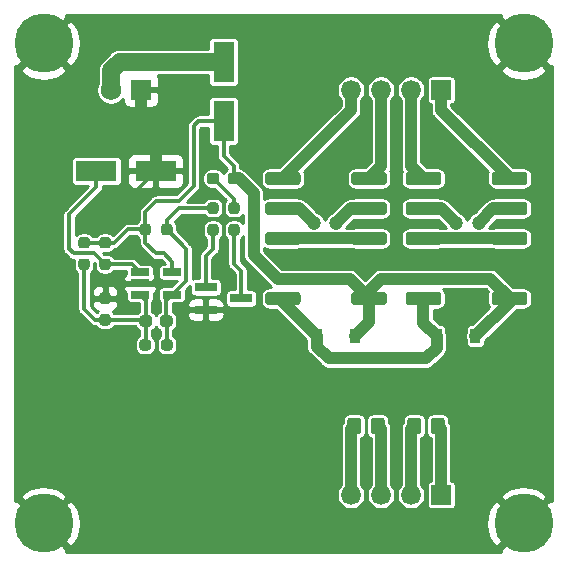
<source format=gtl>
%TF.GenerationSoftware,KiCad,Pcbnew,(5.1.10)-1*%
%TF.CreationDate,2021-10-30T21:19:33-04:00*%
%TF.ProjectId,Z_Brake,5a5f4272-616b-4652-9e6b-696361645f70,rev?*%
%TF.SameCoordinates,Original*%
%TF.FileFunction,Copper,L1,Top*%
%TF.FilePolarity,Positive*%
%FSLAX46Y46*%
G04 Gerber Fmt 4.6, Leading zero omitted, Abs format (unit mm)*
G04 Created by KiCad (PCBNEW (5.1.10)-1) date 2021-10-30 21:19:33*
%MOMM*%
%LPD*%
G01*
G04 APERTURE LIST*
%TA.AperFunction,ComponentPad*%
%ADD10R,1.690000X1.690000*%
%TD*%
%TA.AperFunction,ComponentPad*%
%ADD11C,1.690000*%
%TD*%
%TA.AperFunction,SMDPad,CuDef*%
%ADD12R,3.500000X1.800000*%
%TD*%
%TA.AperFunction,SMDPad,CuDef*%
%ADD13R,0.900000X1.200000*%
%TD*%
%TA.AperFunction,SMDPad,CuDef*%
%ADD14R,1.800000X3.500000*%
%TD*%
%TA.AperFunction,ComponentPad*%
%ADD15C,5.000000*%
%TD*%
%TA.AperFunction,ComponentPad*%
%ADD16R,1.755000X1.755000*%
%TD*%
%TA.AperFunction,ComponentPad*%
%ADD17C,1.755000*%
%TD*%
%TA.AperFunction,SMDPad,CuDef*%
%ADD18R,1.900000X0.800000*%
%TD*%
%TA.AperFunction,SMDPad,CuDef*%
%ADD19R,1.560000X0.650000*%
%TD*%
%TA.AperFunction,ViaPad*%
%ADD20C,0.800000*%
%TD*%
%TA.AperFunction,ViaPad*%
%ADD21C,1.200000*%
%TD*%
%TA.AperFunction,Conductor*%
%ADD22C,0.350000*%
%TD*%
%TA.AperFunction,Conductor*%
%ADD23C,1.000000*%
%TD*%
%TA.AperFunction,Conductor*%
%ADD24C,1.500000*%
%TD*%
%TA.AperFunction,Conductor*%
%ADD25C,0.254000*%
%TD*%
%TA.AperFunction,Conductor*%
%ADD26C,0.100000*%
%TD*%
G04 APERTURE END LIST*
D10*
%TO.P,P3,1*%
%TO.N,Net-(K1-Pad4)*%
X92710000Y-118235000D03*
D11*
%TO.P,P3,2*%
%TO.N,Net-(K1-Pad9)*%
X90170000Y-118235000D03*
%TO.P,P3,3*%
%TO.N,Net-(K2-Pad4)*%
X87630000Y-118235000D03*
%TO.P,P3,4*%
%TO.N,Net-(K2-Pad9)*%
X85090000Y-118235000D03*
%TD*%
%TO.P,RV1,2*%
%TO.N,Net-(K1-Pad9)*%
%TA.AperFunction,SMDPad,CuDef*%
G36*
G01*
X91040000Y-111944999D02*
X91040000Y-112845001D01*
G75*
G02*
X90790001Y-113095000I-249999J0D01*
G01*
X90089999Y-113095000D01*
G75*
G02*
X89840000Y-112845001I0J249999D01*
G01*
X89840000Y-111944999D01*
G75*
G02*
X90089999Y-111695000I249999J0D01*
G01*
X90790001Y-111695000D01*
G75*
G02*
X91040000Y-111944999I0J-249999D01*
G01*
G37*
%TD.AperFunction*%
%TO.P,RV1,1*%
%TO.N,Net-(K1-Pad4)*%
%TA.AperFunction,SMDPad,CuDef*%
G36*
G01*
X93040000Y-111944999D02*
X93040000Y-112845001D01*
G75*
G02*
X92790001Y-113095000I-249999J0D01*
G01*
X92089999Y-113095000D01*
G75*
G02*
X91840000Y-112845001I0J249999D01*
G01*
X91840000Y-111944999D01*
G75*
G02*
X92089999Y-111695000I249999J0D01*
G01*
X92790001Y-111695000D01*
G75*
G02*
X93040000Y-111944999I0J-249999D01*
G01*
G37*
%TD.AperFunction*%
%TD*%
%TO.P,RV2,1*%
%TO.N,Net-(K2-Pad4)*%
%TA.AperFunction,SMDPad,CuDef*%
G36*
G01*
X87960000Y-111944999D02*
X87960000Y-112845001D01*
G75*
G02*
X87710001Y-113095000I-249999J0D01*
G01*
X87009999Y-113095000D01*
G75*
G02*
X86760000Y-112845001I0J249999D01*
G01*
X86760000Y-111944999D01*
G75*
G02*
X87009999Y-111695000I249999J0D01*
G01*
X87710001Y-111695000D01*
G75*
G02*
X87960000Y-111944999I0J-249999D01*
G01*
G37*
%TD.AperFunction*%
%TO.P,RV2,2*%
%TO.N,Net-(K2-Pad9)*%
%TA.AperFunction,SMDPad,CuDef*%
G36*
G01*
X85960000Y-111944999D02*
X85960000Y-112845001D01*
G75*
G02*
X85710001Y-113095000I-249999J0D01*
G01*
X85009999Y-113095000D01*
G75*
G02*
X84760000Y-112845001I0J249999D01*
G01*
X84760000Y-111944999D01*
G75*
G02*
X85009999Y-111695000I249999J0D01*
G01*
X85710001Y-111695000D01*
G75*
G02*
X85960000Y-111944999I0J-249999D01*
G01*
G37*
%TD.AperFunction*%
%TD*%
%TO.P,C1,1*%
%TO.N,Net-(C1-Pad1)*%
%TA.AperFunction,SMDPad,CuDef*%
G36*
G01*
X69980000Y-103267500D02*
X69980000Y-103742500D01*
G75*
G02*
X69742500Y-103980000I-237500J0D01*
G01*
X69142500Y-103980000D01*
G75*
G02*
X68905000Y-103742500I0J237500D01*
G01*
X68905000Y-103267500D01*
G75*
G02*
X69142500Y-103030000I237500J0D01*
G01*
X69742500Y-103030000D01*
G75*
G02*
X69980000Y-103267500I0J-237500D01*
G01*
G37*
%TD.AperFunction*%
%TO.P,C1,2*%
%TO.N,Net-(C1-Pad2)*%
%TA.AperFunction,SMDPad,CuDef*%
G36*
G01*
X68255000Y-103267500D02*
X68255000Y-103742500D01*
G75*
G02*
X68017500Y-103980000I-237500J0D01*
G01*
X67417500Y-103980000D01*
G75*
G02*
X67180000Y-103742500I0J237500D01*
G01*
X67180000Y-103267500D01*
G75*
G02*
X67417500Y-103030000I237500J0D01*
G01*
X68017500Y-103030000D01*
G75*
G02*
X68255000Y-103267500I0J-237500D01*
G01*
G37*
%TD.AperFunction*%
%TD*%
D12*
%TO.P,D1,2*%
%TO.N,GND*%
X68540000Y-90805000D03*
%TO.P,D1,1*%
%TO.N,Net-(D1-Pad1)*%
X63540000Y-90805000D03*
%TD*%
D13*
%TO.P,D2,2*%
%TO.N,Net-(D2-Pad2)*%
X92330000Y-104775000D03*
%TO.P,D2,1*%
%TO.N,VDD*%
X95630000Y-104775000D03*
%TD*%
%TO.P,D3,1*%
%TO.N,VDD*%
X85470000Y-104775000D03*
%TO.P,D3,2*%
%TO.N,Net-(D2-Pad2)*%
X82170000Y-104775000D03*
%TD*%
%TO.P,D4,1*%
%TO.N,Net-(D4-Pad1)*%
%TA.AperFunction,SMDPad,CuDef*%
G36*
G01*
X72895000Y-91677500D02*
X72895000Y-91202500D01*
G75*
G02*
X73132500Y-90965000I237500J0D01*
G01*
X73707500Y-90965000D01*
G75*
G02*
X73945000Y-91202500I0J-237500D01*
G01*
X73945000Y-91677500D01*
G75*
G02*
X73707500Y-91915000I-237500J0D01*
G01*
X73132500Y-91915000D01*
G75*
G02*
X72895000Y-91677500I0J237500D01*
G01*
G37*
%TD.AperFunction*%
%TO.P,D4,2*%
%TO.N,VDD*%
%TA.AperFunction,SMDPad,CuDef*%
G36*
G01*
X74645000Y-91677500D02*
X74645000Y-91202500D01*
G75*
G02*
X74882500Y-90965000I237500J0D01*
G01*
X75457500Y-90965000D01*
G75*
G02*
X75695000Y-91202500I0J-237500D01*
G01*
X75695000Y-91677500D01*
G75*
G02*
X75457500Y-91915000I-237500J0D01*
G01*
X74882500Y-91915000D01*
G75*
G02*
X74645000Y-91677500I0J237500D01*
G01*
G37*
%TD.AperFunction*%
%TD*%
D14*
%TO.P,D5,1*%
%TO.N,VDD*%
X74295000Y-86574000D03*
%TO.P,D5,2*%
%TO.N,+24V*%
X74295000Y-81574000D03*
%TD*%
D15*
%TO.P,MH1,1*%
%TO.N,GND*%
X59055000Y-80010000D03*
%TD*%
%TO.P,MH2,1*%
%TO.N,GND*%
X99695000Y-80010000D03*
%TD*%
%TO.P,MH3,1*%
%TO.N,GND*%
X59055000Y-120650000D03*
%TD*%
%TO.P,MH4,1*%
%TO.N,GND*%
X99695000Y-120650000D03*
%TD*%
D11*
%TO.P,P1,4*%
%TO.N,Net-(K2-Pad8)*%
X85090000Y-83945000D03*
%TO.P,P1,3*%
%TO.N,Net-(K2-Pad5)*%
X87630000Y-83945000D03*
%TO.P,P1,2*%
%TO.N,Net-(K1-Pad8)*%
X90170000Y-83945000D03*
D10*
%TO.P,P1,1*%
%TO.N,Net-(K1-Pad5)*%
X92710000Y-83945000D03*
%TD*%
D16*
%TO.P,P2,1*%
%TO.N,GND*%
X67310000Y-83945000D03*
D17*
%TO.P,P2,2*%
%TO.N,+24V*%
X64770000Y-83945000D03*
%TD*%
D18*
%TO.P,Q1,1*%
%TO.N,Net-(Q1-Pad1)*%
X72795000Y-100650000D03*
%TO.P,Q1,2*%
%TO.N,GND*%
X72795000Y-102550000D03*
%TO.P,Q1,3*%
%TO.N,Net-(D2-Pad2)*%
X75795000Y-101600000D03*
%TD*%
%TO.P,R1,1*%
%TO.N,VDD*%
%TA.AperFunction,SMDPad,CuDef*%
G36*
G01*
X62246500Y-96390000D02*
X62721500Y-96390000D01*
G75*
G02*
X62959000Y-96627500I0J-237500D01*
G01*
X62959000Y-97127500D01*
G75*
G02*
X62721500Y-97365000I-237500J0D01*
G01*
X62246500Y-97365000D01*
G75*
G02*
X62009000Y-97127500I0J237500D01*
G01*
X62009000Y-96627500D01*
G75*
G02*
X62246500Y-96390000I237500J0D01*
G01*
G37*
%TD.AperFunction*%
%TO.P,R1,2*%
%TO.N,Net-(C1-Pad2)*%
%TA.AperFunction,SMDPad,CuDef*%
G36*
G01*
X62246500Y-98215000D02*
X62721500Y-98215000D01*
G75*
G02*
X62959000Y-98452500I0J-237500D01*
G01*
X62959000Y-98952500D01*
G75*
G02*
X62721500Y-99190000I-237500J0D01*
G01*
X62246500Y-99190000D01*
G75*
G02*
X62009000Y-98952500I0J237500D01*
G01*
X62009000Y-98452500D01*
G75*
G02*
X62246500Y-98215000I237500J0D01*
G01*
G37*
%TD.AperFunction*%
%TD*%
%TO.P,R2,1*%
%TO.N,Net-(C1-Pad2)*%
%TA.AperFunction,SMDPad,CuDef*%
G36*
G01*
X64499500Y-103889000D02*
X64024500Y-103889000D01*
G75*
G02*
X63787000Y-103651500I0J237500D01*
G01*
X63787000Y-103151500D01*
G75*
G02*
X64024500Y-102914000I237500J0D01*
G01*
X64499500Y-102914000D01*
G75*
G02*
X64737000Y-103151500I0J-237500D01*
G01*
X64737000Y-103651500D01*
G75*
G02*
X64499500Y-103889000I-237500J0D01*
G01*
G37*
%TD.AperFunction*%
%TO.P,R2,2*%
%TO.N,GND*%
%TA.AperFunction,SMDPad,CuDef*%
G36*
G01*
X64499500Y-102064000D02*
X64024500Y-102064000D01*
G75*
G02*
X63787000Y-101826500I0J237500D01*
G01*
X63787000Y-101326500D01*
G75*
G02*
X64024500Y-101089000I237500J0D01*
G01*
X64499500Y-101089000D01*
G75*
G02*
X64737000Y-101326500I0J-237500D01*
G01*
X64737000Y-101826500D01*
G75*
G02*
X64499500Y-102064000I-237500J0D01*
G01*
G37*
%TD.AperFunction*%
%TD*%
%TO.P,R3,2*%
%TO.N,Net-(D1-Pad1)*%
%TA.AperFunction,SMDPad,CuDef*%
G36*
G01*
X64024500Y-98215000D02*
X64499500Y-98215000D01*
G75*
G02*
X64737000Y-98452500I0J-237500D01*
G01*
X64737000Y-98952500D01*
G75*
G02*
X64499500Y-99190000I-237500J0D01*
G01*
X64024500Y-99190000D01*
G75*
G02*
X63787000Y-98952500I0J237500D01*
G01*
X63787000Y-98452500D01*
G75*
G02*
X64024500Y-98215000I237500J0D01*
G01*
G37*
%TD.AperFunction*%
%TO.P,R3,1*%
%TO.N,VDD*%
%TA.AperFunction,SMDPad,CuDef*%
G36*
G01*
X64024500Y-96390000D02*
X64499500Y-96390000D01*
G75*
G02*
X64737000Y-96627500I0J-237500D01*
G01*
X64737000Y-97127500D01*
G75*
G02*
X64499500Y-97365000I-237500J0D01*
G01*
X64024500Y-97365000D01*
G75*
G02*
X63787000Y-97127500I0J237500D01*
G01*
X63787000Y-96627500D01*
G75*
G02*
X64024500Y-96390000I237500J0D01*
G01*
G37*
%TD.AperFunction*%
%TD*%
%TO.P,R4,1*%
%TO.N,Net-(C1-Pad1)*%
%TA.AperFunction,SMDPad,CuDef*%
G36*
G01*
X69980000Y-105299500D02*
X69980000Y-105774500D01*
G75*
G02*
X69742500Y-106012000I-237500J0D01*
G01*
X69242500Y-106012000D01*
G75*
G02*
X69005000Y-105774500I0J237500D01*
G01*
X69005000Y-105299500D01*
G75*
G02*
X69242500Y-105062000I237500J0D01*
G01*
X69742500Y-105062000D01*
G75*
G02*
X69980000Y-105299500I0J-237500D01*
G01*
G37*
%TD.AperFunction*%
%TO.P,R4,2*%
%TO.N,Net-(C1-Pad2)*%
%TA.AperFunction,SMDPad,CuDef*%
G36*
G01*
X68155000Y-105299500D02*
X68155000Y-105774500D01*
G75*
G02*
X67917500Y-106012000I-237500J0D01*
G01*
X67417500Y-106012000D01*
G75*
G02*
X67180000Y-105774500I0J237500D01*
G01*
X67180000Y-105299500D01*
G75*
G02*
X67417500Y-105062000I237500J0D01*
G01*
X67917500Y-105062000D01*
G75*
G02*
X68155000Y-105299500I0J-237500D01*
G01*
G37*
%TD.AperFunction*%
%TD*%
%TO.P,R5,2*%
%TO.N,Net-(C1-Pad1)*%
%TA.AperFunction,SMDPad,CuDef*%
G36*
G01*
X69005000Y-95995500D02*
X69005000Y-95520500D01*
G75*
G02*
X69242500Y-95283000I237500J0D01*
G01*
X69742500Y-95283000D01*
G75*
G02*
X69980000Y-95520500I0J-237500D01*
G01*
X69980000Y-95995500D01*
G75*
G02*
X69742500Y-96233000I-237500J0D01*
G01*
X69242500Y-96233000D01*
G75*
G02*
X69005000Y-95995500I0J237500D01*
G01*
G37*
%TD.AperFunction*%
%TO.P,R5,1*%
%TO.N,VDD*%
%TA.AperFunction,SMDPad,CuDef*%
G36*
G01*
X67180000Y-95995500D02*
X67180000Y-95520500D01*
G75*
G02*
X67417500Y-95283000I237500J0D01*
G01*
X67917500Y-95283000D01*
G75*
G02*
X68155000Y-95520500I0J-237500D01*
G01*
X68155000Y-95995500D01*
G75*
G02*
X67917500Y-96233000I-237500J0D01*
G01*
X67417500Y-96233000D01*
G75*
G02*
X67180000Y-95995500I0J237500D01*
G01*
G37*
%TD.AperFunction*%
%TD*%
%TO.P,R6,1*%
%TO.N,Net-(Q1-Pad1)*%
%TA.AperFunction,SMDPad,CuDef*%
G36*
G01*
X73643500Y-96269000D02*
X73168500Y-96269000D01*
G75*
G02*
X72931000Y-96031500I0J237500D01*
G01*
X72931000Y-95531500D01*
G75*
G02*
X73168500Y-95294000I237500J0D01*
G01*
X73643500Y-95294000D01*
G75*
G02*
X73881000Y-95531500I0J-237500D01*
G01*
X73881000Y-96031500D01*
G75*
G02*
X73643500Y-96269000I-237500J0D01*
G01*
G37*
%TD.AperFunction*%
%TO.P,R6,2*%
%TO.N,Net-(C1-Pad1)*%
%TA.AperFunction,SMDPad,CuDef*%
G36*
G01*
X73643500Y-94444000D02*
X73168500Y-94444000D01*
G75*
G02*
X72931000Y-94206500I0J237500D01*
G01*
X72931000Y-93706500D01*
G75*
G02*
X73168500Y-93469000I237500J0D01*
G01*
X73643500Y-93469000D01*
G75*
G02*
X73881000Y-93706500I0J-237500D01*
G01*
X73881000Y-94206500D01*
G75*
G02*
X73643500Y-94444000I-237500J0D01*
G01*
G37*
%TD.AperFunction*%
%TD*%
%TO.P,R7,2*%
%TO.N,Net-(D2-Pad2)*%
%TA.AperFunction,SMDPad,CuDef*%
G36*
G01*
X74946500Y-95294000D02*
X75421500Y-95294000D01*
G75*
G02*
X75659000Y-95531500I0J-237500D01*
G01*
X75659000Y-96031500D01*
G75*
G02*
X75421500Y-96269000I-237500J0D01*
G01*
X74946500Y-96269000D01*
G75*
G02*
X74709000Y-96031500I0J237500D01*
G01*
X74709000Y-95531500D01*
G75*
G02*
X74946500Y-95294000I237500J0D01*
G01*
G37*
%TD.AperFunction*%
%TO.P,R7,1*%
%TO.N,Net-(D4-Pad1)*%
%TA.AperFunction,SMDPad,CuDef*%
G36*
G01*
X74946500Y-93469000D02*
X75421500Y-93469000D01*
G75*
G02*
X75659000Y-93706500I0J-237500D01*
G01*
X75659000Y-94206500D01*
G75*
G02*
X75421500Y-94444000I-237500J0D01*
G01*
X74946500Y-94444000D01*
G75*
G02*
X74709000Y-94206500I0J237500D01*
G01*
X74709000Y-93706500D01*
G75*
G02*
X74946500Y-93469000I237500J0D01*
G01*
G37*
%TD.AperFunction*%
%TD*%
D19*
%TO.P,U1,1*%
%TO.N,Net-(D1-Pad1)*%
X67230000Y-99380000D03*
%TO.P,U1,2*%
%TO.N,GND*%
X67230000Y-100330000D03*
%TO.P,U1,3*%
%TO.N,Net-(C1-Pad2)*%
X67230000Y-101280000D03*
%TO.P,U1,4*%
%TO.N,Net-(C1-Pad1)*%
X69930000Y-101280000D03*
%TO.P,U1,5*%
%TO.N,VDD*%
X69930000Y-99380000D03*
%TD*%
%TO.P,K1,12*%
%TO.N,Net-(D2-Pad2)*%
%TA.AperFunction,SMDPad,CuDef*%
G36*
G01*
X92474250Y-102155000D02*
X89973750Y-102155000D01*
G75*
G02*
X89724000Y-101905250I0J249750D01*
G01*
X89724000Y-101294750D01*
G75*
G02*
X89973750Y-101045000I249750J0D01*
G01*
X92474250Y-101045000D01*
G75*
G02*
X92724000Y-101294750I0J-249750D01*
G01*
X92724000Y-101905250D01*
G75*
G02*
X92474250Y-102155000I-249750J0D01*
G01*
G37*
%TD.AperFunction*%
%TO.P,K1,10*%
%TO.N,Net-(K1-Pad10)*%
%TA.AperFunction,SMDPad,CuDef*%
G36*
G01*
X92474250Y-97075000D02*
X89973750Y-97075000D01*
G75*
G02*
X89724000Y-96825250I0J249750D01*
G01*
X89724000Y-96214750D01*
G75*
G02*
X89973750Y-95965000I249750J0D01*
G01*
X92474250Y-95965000D01*
G75*
G02*
X92724000Y-96214750I0J-249750D01*
G01*
X92724000Y-96825250D01*
G75*
G02*
X92474250Y-97075000I-249750J0D01*
G01*
G37*
%TD.AperFunction*%
%TO.P,K1,9*%
%TO.N,Net-(K1-Pad9)*%
%TA.AperFunction,SMDPad,CuDef*%
G36*
G01*
X92474250Y-94535000D02*
X89973750Y-94535000D01*
G75*
G02*
X89724000Y-94285250I0J249750D01*
G01*
X89724000Y-93674750D01*
G75*
G02*
X89973750Y-93425000I249750J0D01*
G01*
X92474250Y-93425000D01*
G75*
G02*
X92724000Y-93674750I0J-249750D01*
G01*
X92724000Y-94285250D01*
G75*
G02*
X92474250Y-94535000I-249750J0D01*
G01*
G37*
%TD.AperFunction*%
%TO.P,K1,8*%
%TO.N,Net-(K1-Pad8)*%
%TA.AperFunction,SMDPad,CuDef*%
G36*
G01*
X92474250Y-91995000D02*
X89973750Y-91995000D01*
G75*
G02*
X89724000Y-91745250I0J249750D01*
G01*
X89724000Y-91134750D01*
G75*
G02*
X89973750Y-90885000I249750J0D01*
G01*
X92474250Y-90885000D01*
G75*
G02*
X92724000Y-91134750I0J-249750D01*
G01*
X92724000Y-91745250D01*
G75*
G02*
X92474250Y-91995000I-249750J0D01*
G01*
G37*
%TD.AperFunction*%
%TO.P,K1,5*%
%TO.N,Net-(K1-Pad5)*%
%TA.AperFunction,SMDPad,CuDef*%
G36*
G01*
X99764250Y-91995000D02*
X97263750Y-91995000D01*
G75*
G02*
X97014000Y-91745250I0J249750D01*
G01*
X97014000Y-91134750D01*
G75*
G02*
X97263750Y-90885000I249750J0D01*
G01*
X99764250Y-90885000D01*
G75*
G02*
X100014000Y-91134750I0J-249750D01*
G01*
X100014000Y-91745250D01*
G75*
G02*
X99764250Y-91995000I-249750J0D01*
G01*
G37*
%TD.AperFunction*%
%TO.P,K1,4*%
%TO.N,Net-(K1-Pad4)*%
%TA.AperFunction,SMDPad,CuDef*%
G36*
G01*
X99764250Y-94535000D02*
X97263750Y-94535000D01*
G75*
G02*
X97014000Y-94285250I0J249750D01*
G01*
X97014000Y-93674750D01*
G75*
G02*
X97263750Y-93425000I249750J0D01*
G01*
X99764250Y-93425000D01*
G75*
G02*
X100014000Y-93674750I0J-249750D01*
G01*
X100014000Y-94285250D01*
G75*
G02*
X99764250Y-94535000I-249750J0D01*
G01*
G37*
%TD.AperFunction*%
%TO.P,K1,3*%
%TO.N,Net-(K1-Pad10)*%
%TA.AperFunction,SMDPad,CuDef*%
G36*
G01*
X99764250Y-97075000D02*
X97263750Y-97075000D01*
G75*
G02*
X97014000Y-96825250I0J249750D01*
G01*
X97014000Y-96214750D01*
G75*
G02*
X97263750Y-95965000I249750J0D01*
G01*
X99764250Y-95965000D01*
G75*
G02*
X100014000Y-96214750I0J-249750D01*
G01*
X100014000Y-96825250D01*
G75*
G02*
X99764250Y-97075000I-249750J0D01*
G01*
G37*
%TD.AperFunction*%
%TO.P,K1,1*%
%TO.N,VDD*%
%TA.AperFunction,SMDPad,CuDef*%
G36*
G01*
X99764250Y-102155000D02*
X97263750Y-102155000D01*
G75*
G02*
X97014000Y-101905250I0J249750D01*
G01*
X97014000Y-101294750D01*
G75*
G02*
X97263750Y-101045000I249750J0D01*
G01*
X99764250Y-101045000D01*
G75*
G02*
X100014000Y-101294750I0J-249750D01*
G01*
X100014000Y-101905250D01*
G75*
G02*
X99764250Y-102155000I-249750J0D01*
G01*
G37*
%TD.AperFunction*%
%TD*%
%TO.P,K2,1*%
%TO.N,VDD*%
%TA.AperFunction,SMDPad,CuDef*%
G36*
G01*
X87864250Y-102155000D02*
X85363750Y-102155000D01*
G75*
G02*
X85114000Y-101905250I0J249750D01*
G01*
X85114000Y-101294750D01*
G75*
G02*
X85363750Y-101045000I249750J0D01*
G01*
X87864250Y-101045000D01*
G75*
G02*
X88114000Y-101294750I0J-249750D01*
G01*
X88114000Y-101905250D01*
G75*
G02*
X87864250Y-102155000I-249750J0D01*
G01*
G37*
%TD.AperFunction*%
%TO.P,K2,3*%
%TO.N,Net-(K2-Pad10)*%
%TA.AperFunction,SMDPad,CuDef*%
G36*
G01*
X87864250Y-97075000D02*
X85363750Y-97075000D01*
G75*
G02*
X85114000Y-96825250I0J249750D01*
G01*
X85114000Y-96214750D01*
G75*
G02*
X85363750Y-95965000I249750J0D01*
G01*
X87864250Y-95965000D01*
G75*
G02*
X88114000Y-96214750I0J-249750D01*
G01*
X88114000Y-96825250D01*
G75*
G02*
X87864250Y-97075000I-249750J0D01*
G01*
G37*
%TD.AperFunction*%
%TO.P,K2,4*%
%TO.N,Net-(K2-Pad4)*%
%TA.AperFunction,SMDPad,CuDef*%
G36*
G01*
X87864250Y-94535000D02*
X85363750Y-94535000D01*
G75*
G02*
X85114000Y-94285250I0J249750D01*
G01*
X85114000Y-93674750D01*
G75*
G02*
X85363750Y-93425000I249750J0D01*
G01*
X87864250Y-93425000D01*
G75*
G02*
X88114000Y-93674750I0J-249750D01*
G01*
X88114000Y-94285250D01*
G75*
G02*
X87864250Y-94535000I-249750J0D01*
G01*
G37*
%TD.AperFunction*%
%TO.P,K2,5*%
%TO.N,Net-(K2-Pad5)*%
%TA.AperFunction,SMDPad,CuDef*%
G36*
G01*
X87864250Y-91995000D02*
X85363750Y-91995000D01*
G75*
G02*
X85114000Y-91745250I0J249750D01*
G01*
X85114000Y-91134750D01*
G75*
G02*
X85363750Y-90885000I249750J0D01*
G01*
X87864250Y-90885000D01*
G75*
G02*
X88114000Y-91134750I0J-249750D01*
G01*
X88114000Y-91745250D01*
G75*
G02*
X87864250Y-91995000I-249750J0D01*
G01*
G37*
%TD.AperFunction*%
%TO.P,K2,8*%
%TO.N,Net-(K2-Pad8)*%
%TA.AperFunction,SMDPad,CuDef*%
G36*
G01*
X80574250Y-91995000D02*
X78073750Y-91995000D01*
G75*
G02*
X77824000Y-91745250I0J249750D01*
G01*
X77824000Y-91134750D01*
G75*
G02*
X78073750Y-90885000I249750J0D01*
G01*
X80574250Y-90885000D01*
G75*
G02*
X80824000Y-91134750I0J-249750D01*
G01*
X80824000Y-91745250D01*
G75*
G02*
X80574250Y-91995000I-249750J0D01*
G01*
G37*
%TD.AperFunction*%
%TO.P,K2,9*%
%TO.N,Net-(K2-Pad9)*%
%TA.AperFunction,SMDPad,CuDef*%
G36*
G01*
X80574250Y-94535000D02*
X78073750Y-94535000D01*
G75*
G02*
X77824000Y-94285250I0J249750D01*
G01*
X77824000Y-93674750D01*
G75*
G02*
X78073750Y-93425000I249750J0D01*
G01*
X80574250Y-93425000D01*
G75*
G02*
X80824000Y-93674750I0J-249750D01*
G01*
X80824000Y-94285250D01*
G75*
G02*
X80574250Y-94535000I-249750J0D01*
G01*
G37*
%TD.AperFunction*%
%TO.P,K2,10*%
%TO.N,Net-(K2-Pad10)*%
%TA.AperFunction,SMDPad,CuDef*%
G36*
G01*
X80574250Y-97075000D02*
X78073750Y-97075000D01*
G75*
G02*
X77824000Y-96825250I0J249750D01*
G01*
X77824000Y-96214750D01*
G75*
G02*
X78073750Y-95965000I249750J0D01*
G01*
X80574250Y-95965000D01*
G75*
G02*
X80824000Y-96214750I0J-249750D01*
G01*
X80824000Y-96825250D01*
G75*
G02*
X80574250Y-97075000I-249750J0D01*
G01*
G37*
%TD.AperFunction*%
%TO.P,K2,12*%
%TO.N,Net-(D2-Pad2)*%
%TA.AperFunction,SMDPad,CuDef*%
G36*
G01*
X80574250Y-102155000D02*
X78073750Y-102155000D01*
G75*
G02*
X77824000Y-101905250I0J249750D01*
G01*
X77824000Y-101294750D01*
G75*
G02*
X78073750Y-101045000I249750J0D01*
G01*
X80574250Y-101045000D01*
G75*
G02*
X80824000Y-101294750I0J-249750D01*
G01*
X80824000Y-101905250D01*
G75*
G02*
X80574250Y-102155000I-249750J0D01*
G01*
G37*
%TD.AperFunction*%
%TD*%
D20*
%TO.N,GND*%
X66675000Y-97536000D03*
X66675000Y-93980000D03*
D21*
%TO.N,Net-(K1-Pad9)*%
X93980000Y-95220000D03*
%TO.N,Net-(K1-Pad4)*%
X95885000Y-95220000D03*
%TO.N,Net-(K2-Pad9)*%
X81915000Y-95220000D03*
%TO.N,Net-(K2-Pad4)*%
X83820000Y-95220000D03*
%TD*%
D22*
%TO.N,Net-(C1-Pad1)*%
X69492500Y-103555000D02*
X69442500Y-103505000D01*
X69492500Y-105537000D02*
X69492500Y-103555000D01*
X69442500Y-101767500D02*
X69930000Y-101280000D01*
X69442500Y-103505000D02*
X69442500Y-101767500D01*
X71120000Y-97385500D02*
X69492500Y-95758000D01*
X71120000Y-100090000D02*
X71120000Y-97385500D01*
X69930000Y-101280000D02*
X71120000Y-100090000D01*
X69492500Y-95758000D02*
X69492500Y-94972500D01*
X70508500Y-93956500D02*
X73406000Y-93956500D01*
X69492500Y-94972500D02*
X70508500Y-93956500D01*
%TO.N,Net-(C1-Pad2)*%
X62484000Y-98702500D02*
X62484000Y-102489000D01*
X63396500Y-103401500D02*
X64262000Y-103401500D01*
X62484000Y-102489000D02*
X63396500Y-103401500D01*
X67614000Y-103401500D02*
X67717500Y-103505000D01*
X64262000Y-103401500D02*
X67614000Y-103401500D01*
X67717500Y-101767500D02*
X67230000Y-101280000D01*
X67717500Y-103505000D02*
X67717500Y-101767500D01*
X67717500Y-105487000D02*
X67667500Y-105537000D01*
X67717500Y-103505000D02*
X67717500Y-105487000D01*
%TO.N,Net-(D1-Pad1)*%
X63349500Y-97790000D02*
X64262000Y-98702500D01*
X61595000Y-97790000D02*
X63349500Y-97790000D01*
X61214000Y-97409000D02*
X61595000Y-97790000D01*
X61214000Y-94488000D02*
X61214000Y-97409000D01*
X63540000Y-92162000D02*
X61214000Y-94488000D01*
X63540000Y-90805000D02*
X63540000Y-92162000D01*
X66552500Y-98702500D02*
X67230000Y-99380000D01*
X64262000Y-98702500D02*
X66552500Y-98702500D01*
D23*
%TO.N,GND*%
X67310000Y-83945000D02*
X67310000Y-86995000D01*
X68540000Y-88225000D02*
X68540000Y-90805000D01*
X67310000Y-86995000D02*
X68540000Y-88225000D01*
D22*
X64262000Y-101576500D02*
X64262000Y-100838000D01*
X64770000Y-100330000D02*
X67230000Y-100330000D01*
X64262000Y-100838000D02*
X64770000Y-100330000D01*
X67230000Y-100330000D02*
X68199000Y-100330000D01*
X68199000Y-100330000D02*
X68580000Y-99949000D01*
X67166002Y-97536000D02*
X66675000Y-97536000D01*
X68580000Y-98949998D02*
X67166002Y-97536000D01*
X68580000Y-99949000D02*
X68580000Y-98949998D01*
X66675000Y-92670000D02*
X68540000Y-90805000D01*
X66675000Y-93980000D02*
X66675000Y-92670000D01*
X72795000Y-106910000D02*
X59055000Y-120650000D01*
X72795000Y-102550000D02*
X72795000Y-106910000D01*
D24*
%TO.N,+24V*%
X64770000Y-83945000D02*
X64770000Y-82296000D01*
X65492000Y-81574000D02*
X74295000Y-81574000D01*
X64770000Y-82296000D02*
X65492000Y-81574000D01*
D22*
%TO.N,Net-(D2-Pad2)*%
X75184000Y-95781500D02*
X75184000Y-98679000D01*
X75795000Y-99290000D02*
X75795000Y-101600000D01*
X75184000Y-98679000D02*
X75795000Y-99290000D01*
D23*
X82170000Y-104775000D02*
X82170000Y-105665000D01*
X82170000Y-105665000D02*
X83185000Y-106680000D01*
X83185000Y-106680000D02*
X91440000Y-106680000D01*
X92330000Y-105790000D02*
X92330000Y-104775000D01*
X91440000Y-106680000D02*
X92330000Y-105790000D01*
X91224000Y-103669000D02*
X92330000Y-104775000D01*
X91224000Y-101600000D02*
X91224000Y-103669000D01*
X79324000Y-101929000D02*
X82170000Y-104775000D01*
X79324000Y-101600000D02*
X79324000Y-101929000D01*
%TO.N,Net-(K1-Pad10)*%
X91224000Y-96520000D02*
X98514000Y-96520000D01*
%TO.N,Net-(K1-Pad9)*%
X90170000Y-112665000D02*
X90440000Y-112395000D01*
X90170000Y-118235000D02*
X90170000Y-112665000D01*
X93980000Y-95220000D02*
X92740000Y-93980000D01*
X92740000Y-93980000D02*
X91224000Y-93980000D01*
%TO.N,Net-(K1-Pad8)*%
X90170000Y-90386000D02*
X91224000Y-91440000D01*
X90170000Y-83945000D02*
X90170000Y-90386000D01*
%TO.N,Net-(K1-Pad4)*%
X92710000Y-112665000D02*
X92440000Y-112395000D01*
X92710000Y-118235000D02*
X92710000Y-112665000D01*
X95885000Y-95220000D02*
X97125000Y-93980000D01*
X97125000Y-93980000D02*
X98514000Y-93980000D01*
%TO.N,Net-(K1-Pad5)*%
X92710000Y-85636000D02*
X98514000Y-91440000D01*
X92710000Y-83945000D02*
X92710000Y-85636000D01*
%TO.N,Net-(K2-Pad10)*%
X79324000Y-96520000D02*
X86614000Y-96520000D01*
%TO.N,Net-(K2-Pad9)*%
X85090000Y-112665000D02*
X85360000Y-112395000D01*
X85090000Y-118235000D02*
X85090000Y-112665000D01*
X81915000Y-95220000D02*
X80675000Y-93980000D01*
X80675000Y-93980000D02*
X79324000Y-93980000D01*
%TO.N,Net-(K2-Pad8)*%
X85090000Y-85674000D02*
X79324000Y-91440000D01*
X85090000Y-83945000D02*
X85090000Y-85674000D01*
%TO.N,Net-(K2-Pad4)*%
X87630000Y-112665000D02*
X87360000Y-112395000D01*
X87630000Y-118235000D02*
X87630000Y-112665000D01*
X83820000Y-95220000D02*
X85060000Y-93980000D01*
X85060000Y-93980000D02*
X86614000Y-93980000D01*
%TO.N,Net-(K2-Pad5)*%
X87630000Y-90424000D02*
X86614000Y-91440000D01*
X87630000Y-83945000D02*
X87630000Y-90424000D01*
D22*
%TO.N,Net-(Q1-Pad1)*%
X73406000Y-95781500D02*
X73406000Y-97409000D01*
X72795000Y-98020000D02*
X72795000Y-100650000D01*
X73406000Y-97409000D02*
X72795000Y-98020000D01*
%TO.N,VDD*%
X74295000Y-86574000D02*
X74295000Y-89535000D01*
X75170000Y-90410000D02*
X75170000Y-91440000D01*
X74295000Y-89535000D02*
X75170000Y-90410000D01*
X74295000Y-86574000D02*
X72176000Y-86574000D01*
X72176000Y-86574000D02*
X71755000Y-86995000D01*
X71755000Y-86995000D02*
X71755000Y-92075000D01*
X71755000Y-92075000D02*
X70485000Y-93345000D01*
X70485000Y-93345000D02*
X68580000Y-93345000D01*
X67667500Y-94257500D02*
X67667500Y-95758000D01*
X68580000Y-93345000D02*
X67667500Y-94257500D01*
X62484000Y-96877500D02*
X64262000Y-96877500D01*
X64262000Y-96877500D02*
X65047500Y-96877500D01*
X66167000Y-95758000D02*
X67667500Y-95758000D01*
X65047500Y-96877500D02*
X66167000Y-95758000D01*
X69930000Y-99380000D02*
X69930000Y-98505000D01*
X69930000Y-98505000D02*
X69215000Y-97790000D01*
X69215000Y-97790000D02*
X68580000Y-97790000D01*
X67667500Y-96877500D02*
X67667500Y-95758000D01*
X68580000Y-97790000D02*
X67667500Y-96877500D01*
D23*
X86614000Y-103631000D02*
X85470000Y-104775000D01*
X86614000Y-101600000D02*
X86614000Y-103631000D01*
X98514000Y-101891000D02*
X95630000Y-104775000D01*
X98514000Y-101600000D02*
X98514000Y-101891000D01*
X86614000Y-101600000D02*
X86614000Y-100965000D01*
X86614000Y-100965000D02*
X87630000Y-99949000D01*
X96863000Y-99949000D02*
X98514000Y-101600000D01*
X87630000Y-99949000D02*
X96863000Y-99949000D01*
X75170000Y-91440000D02*
X75565000Y-91440000D01*
X75565000Y-91440000D02*
X76835000Y-92710000D01*
X76835000Y-92710000D02*
X76835000Y-97917000D01*
X76835000Y-97917000D02*
X78867000Y-99949000D01*
X84963000Y-99949000D02*
X86614000Y-101600000D01*
X78867000Y-99949000D02*
X84963000Y-99949000D01*
D22*
%TO.N,Net-(D4-Pad1)*%
X75184000Y-93204000D02*
X73420000Y-91440000D01*
X75184000Y-93956500D02*
X75184000Y-93204000D01*
%TD*%
D25*
%TO.N,GND*%
X97671457Y-77806852D02*
X99695000Y-79830395D01*
X99709143Y-79816253D01*
X99888748Y-79995858D01*
X99874605Y-80010000D01*
X101898148Y-82033543D01*
X102108000Y-81894885D01*
X102108000Y-118765115D01*
X101898148Y-118626457D01*
X99874605Y-120650000D01*
X99888748Y-120664143D01*
X99709143Y-120843748D01*
X99695000Y-120829605D01*
X97671457Y-122853148D01*
X97810115Y-123063000D01*
X60939885Y-123063000D01*
X61078543Y-122853148D01*
X59055000Y-120829605D01*
X59040858Y-120843748D01*
X58861253Y-120664143D01*
X58875395Y-120650000D01*
X59234605Y-120650000D01*
X61258148Y-122673543D01*
X61676118Y-122397373D01*
X61966649Y-121852443D01*
X62145287Y-121261304D01*
X62204519Y-120653328D01*
X96544832Y-120653328D01*
X96606010Y-121267831D01*
X96785897Y-121858592D01*
X97073882Y-122397373D01*
X97491852Y-122673543D01*
X99515395Y-120650000D01*
X97491852Y-118626457D01*
X97073882Y-118902627D01*
X96783351Y-119447557D01*
X96604713Y-120038696D01*
X96544832Y-120653328D01*
X62204519Y-120653328D01*
X62205168Y-120646672D01*
X62143990Y-120032169D01*
X61964103Y-119441408D01*
X61676118Y-118902627D01*
X61258148Y-118626457D01*
X59234605Y-120650000D01*
X58875395Y-120650000D01*
X56851852Y-118626457D01*
X56642000Y-118765115D01*
X56642000Y-118446852D01*
X57031457Y-118446852D01*
X59055000Y-120470395D01*
X61078543Y-118446852D01*
X60858780Y-118114250D01*
X83864000Y-118114250D01*
X83864000Y-118355750D01*
X83911115Y-118592611D01*
X84003533Y-118815729D01*
X84137704Y-119016529D01*
X84308471Y-119187296D01*
X84509271Y-119321467D01*
X84732389Y-119413885D01*
X84969250Y-119461000D01*
X85210750Y-119461000D01*
X85447611Y-119413885D01*
X85670729Y-119321467D01*
X85871529Y-119187296D01*
X86042296Y-119016529D01*
X86176467Y-118815729D01*
X86268885Y-118592611D01*
X86316000Y-118355750D01*
X86316000Y-118114250D01*
X86268885Y-117877389D01*
X86176467Y-117654271D01*
X86042296Y-117453471D01*
X85971000Y-117382175D01*
X85971000Y-113419611D01*
X86061589Y-113371190D01*
X86157488Y-113292488D01*
X86236190Y-113196589D01*
X86294671Y-113087179D01*
X86330683Y-112968462D01*
X86342843Y-112845001D01*
X86342843Y-111944999D01*
X86377157Y-111944999D01*
X86377157Y-112845001D01*
X86389317Y-112968462D01*
X86425329Y-113087179D01*
X86483810Y-113196589D01*
X86562512Y-113292488D01*
X86658411Y-113371190D01*
X86749001Y-113419611D01*
X86749000Y-117382175D01*
X86677704Y-117453471D01*
X86543533Y-117654271D01*
X86451115Y-117877389D01*
X86404000Y-118114250D01*
X86404000Y-118355750D01*
X86451115Y-118592611D01*
X86543533Y-118815729D01*
X86677704Y-119016529D01*
X86848471Y-119187296D01*
X87049271Y-119321467D01*
X87272389Y-119413885D01*
X87509250Y-119461000D01*
X87750750Y-119461000D01*
X87987611Y-119413885D01*
X88210729Y-119321467D01*
X88411529Y-119187296D01*
X88582296Y-119016529D01*
X88716467Y-118815729D01*
X88808885Y-118592611D01*
X88856000Y-118355750D01*
X88856000Y-118114250D01*
X88944000Y-118114250D01*
X88944000Y-118355750D01*
X88991115Y-118592611D01*
X89083533Y-118815729D01*
X89217704Y-119016529D01*
X89388471Y-119187296D01*
X89589271Y-119321467D01*
X89812389Y-119413885D01*
X90049250Y-119461000D01*
X90290750Y-119461000D01*
X90527611Y-119413885D01*
X90750729Y-119321467D01*
X90951529Y-119187296D01*
X91122296Y-119016529D01*
X91256467Y-118815729D01*
X91348885Y-118592611D01*
X91396000Y-118355750D01*
X91396000Y-118114250D01*
X91348885Y-117877389D01*
X91256467Y-117654271D01*
X91122296Y-117453471D01*
X91051000Y-117382175D01*
X91051000Y-113419611D01*
X91141589Y-113371190D01*
X91237488Y-113292488D01*
X91316190Y-113196589D01*
X91374671Y-113087179D01*
X91410683Y-112968462D01*
X91422843Y-112845001D01*
X91422843Y-111944999D01*
X91457157Y-111944999D01*
X91457157Y-112845001D01*
X91469317Y-112968462D01*
X91505329Y-113087179D01*
X91563810Y-113196589D01*
X91642512Y-113292488D01*
X91738411Y-113371190D01*
X91829001Y-113419611D01*
X91829000Y-117010703D01*
X91790311Y-117014513D01*
X91718492Y-117036299D01*
X91652304Y-117071678D01*
X91594289Y-117119289D01*
X91546678Y-117177304D01*
X91511299Y-117243492D01*
X91489513Y-117315311D01*
X91482157Y-117390000D01*
X91482157Y-119080000D01*
X91489513Y-119154689D01*
X91511299Y-119226508D01*
X91546678Y-119292696D01*
X91594289Y-119350711D01*
X91652304Y-119398322D01*
X91718492Y-119433701D01*
X91790311Y-119455487D01*
X91865000Y-119462843D01*
X93555000Y-119462843D01*
X93629689Y-119455487D01*
X93701508Y-119433701D01*
X93767696Y-119398322D01*
X93825711Y-119350711D01*
X93873322Y-119292696D01*
X93908701Y-119226508D01*
X93930487Y-119154689D01*
X93937843Y-119080000D01*
X93937843Y-118446852D01*
X97671457Y-118446852D01*
X99695000Y-120470395D01*
X101718543Y-118446852D01*
X101442373Y-118028882D01*
X100897443Y-117738351D01*
X100306304Y-117559713D01*
X99691672Y-117499832D01*
X99077169Y-117561010D01*
X98486408Y-117740897D01*
X97947627Y-118028882D01*
X97671457Y-118446852D01*
X93937843Y-118446852D01*
X93937843Y-117390000D01*
X93930487Y-117315311D01*
X93908701Y-117243492D01*
X93873322Y-117177304D01*
X93825711Y-117119289D01*
X93767696Y-117071678D01*
X93701508Y-117036299D01*
X93629689Y-117014513D01*
X93591000Y-117010703D01*
X93591000Y-112708270D01*
X93595262Y-112665000D01*
X93585679Y-112567705D01*
X93578252Y-112492294D01*
X93527875Y-112326225D01*
X93446068Y-112173175D01*
X93422843Y-112144875D01*
X93422843Y-111944999D01*
X93410683Y-111821538D01*
X93374671Y-111702821D01*
X93316190Y-111593411D01*
X93237488Y-111497512D01*
X93141589Y-111418810D01*
X93032179Y-111360329D01*
X92913462Y-111324317D01*
X92790001Y-111312157D01*
X92089999Y-111312157D01*
X91966538Y-111324317D01*
X91847821Y-111360329D01*
X91738411Y-111418810D01*
X91642512Y-111497512D01*
X91563810Y-111593411D01*
X91505329Y-111702821D01*
X91469317Y-111821538D01*
X91457157Y-111944999D01*
X91422843Y-111944999D01*
X91410683Y-111821538D01*
X91374671Y-111702821D01*
X91316190Y-111593411D01*
X91237488Y-111497512D01*
X91141589Y-111418810D01*
X91032179Y-111360329D01*
X90913462Y-111324317D01*
X90790001Y-111312157D01*
X90089999Y-111312157D01*
X89966538Y-111324317D01*
X89847821Y-111360329D01*
X89738411Y-111418810D01*
X89642512Y-111497512D01*
X89563810Y-111593411D01*
X89505329Y-111702821D01*
X89469317Y-111821538D01*
X89457157Y-111944999D01*
X89457157Y-112144875D01*
X89433932Y-112173175D01*
X89352125Y-112326226D01*
X89301749Y-112492295D01*
X89284738Y-112665000D01*
X89289001Y-112708280D01*
X89289000Y-117382175D01*
X89217704Y-117453471D01*
X89083533Y-117654271D01*
X88991115Y-117877389D01*
X88944000Y-118114250D01*
X88856000Y-118114250D01*
X88808885Y-117877389D01*
X88716467Y-117654271D01*
X88582296Y-117453471D01*
X88511000Y-117382175D01*
X88511000Y-112708270D01*
X88515262Y-112665000D01*
X88505679Y-112567705D01*
X88498252Y-112492294D01*
X88447875Y-112326225D01*
X88366068Y-112173175D01*
X88342843Y-112144875D01*
X88342843Y-111944999D01*
X88330683Y-111821538D01*
X88294671Y-111702821D01*
X88236190Y-111593411D01*
X88157488Y-111497512D01*
X88061589Y-111418810D01*
X87952179Y-111360329D01*
X87833462Y-111324317D01*
X87710001Y-111312157D01*
X87009999Y-111312157D01*
X86886538Y-111324317D01*
X86767821Y-111360329D01*
X86658411Y-111418810D01*
X86562512Y-111497512D01*
X86483810Y-111593411D01*
X86425329Y-111702821D01*
X86389317Y-111821538D01*
X86377157Y-111944999D01*
X86342843Y-111944999D01*
X86330683Y-111821538D01*
X86294671Y-111702821D01*
X86236190Y-111593411D01*
X86157488Y-111497512D01*
X86061589Y-111418810D01*
X85952179Y-111360329D01*
X85833462Y-111324317D01*
X85710001Y-111312157D01*
X85009999Y-111312157D01*
X84886538Y-111324317D01*
X84767821Y-111360329D01*
X84658411Y-111418810D01*
X84562512Y-111497512D01*
X84483810Y-111593411D01*
X84425329Y-111702821D01*
X84389317Y-111821538D01*
X84377157Y-111944999D01*
X84377157Y-112144875D01*
X84353932Y-112173175D01*
X84272125Y-112326226D01*
X84221749Y-112492295D01*
X84204738Y-112665000D01*
X84209001Y-112708280D01*
X84209000Y-117382175D01*
X84137704Y-117453471D01*
X84003533Y-117654271D01*
X83911115Y-117877389D01*
X83864000Y-118114250D01*
X60858780Y-118114250D01*
X60802373Y-118028882D01*
X60257443Y-117738351D01*
X59666304Y-117559713D01*
X59051672Y-117499832D01*
X58437169Y-117561010D01*
X57846408Y-117740897D01*
X57307627Y-118028882D01*
X57031457Y-118446852D01*
X56642000Y-118446852D01*
X56642000Y-94488000D01*
X60655311Y-94488000D01*
X60658000Y-94515305D01*
X60658001Y-97381686D01*
X60655311Y-97409000D01*
X60666045Y-97517994D01*
X60683702Y-97576198D01*
X60697839Y-97622801D01*
X60749467Y-97719392D01*
X60818948Y-97804053D01*
X60840162Y-97821464D01*
X61182539Y-98163842D01*
X61199947Y-98185053D01*
X61221157Y-98202460D01*
X61221160Y-98202463D01*
X61243981Y-98221192D01*
X61284608Y-98254534D01*
X61381199Y-98306162D01*
X61454211Y-98328310D01*
X61486004Y-98337955D01*
X61497040Y-98339042D01*
X61567688Y-98346000D01*
X61567694Y-98346000D01*
X61594999Y-98348689D01*
X61622304Y-98346000D01*
X61636647Y-98346000D01*
X61626157Y-98452500D01*
X61626157Y-98952500D01*
X61638077Y-99073523D01*
X61673378Y-99189895D01*
X61730704Y-99297144D01*
X61807851Y-99391149D01*
X61901856Y-99468296D01*
X61928000Y-99482270D01*
X61928001Y-102461686D01*
X61925311Y-102489000D01*
X61936045Y-102597994D01*
X61960012Y-102677000D01*
X61967839Y-102702801D01*
X62019467Y-102799392D01*
X62088948Y-102884053D01*
X62110163Y-102901464D01*
X62984035Y-103775337D01*
X63001447Y-103796553D01*
X63086108Y-103866034D01*
X63182699Y-103917662D01*
X63287505Y-103949455D01*
X63369188Y-103957500D01*
X63369195Y-103957500D01*
X63396500Y-103960189D01*
X63423804Y-103957500D01*
X63488048Y-103957500D01*
X63508704Y-103996144D01*
X63585851Y-104090149D01*
X63679856Y-104167296D01*
X63787105Y-104224622D01*
X63903477Y-104259923D01*
X64024500Y-104271843D01*
X64499500Y-104271843D01*
X64620523Y-104259923D01*
X64736895Y-104224622D01*
X64844144Y-104167296D01*
X64938149Y-104090149D01*
X65015296Y-103996144D01*
X65035952Y-103957500D01*
X66837585Y-103957500D01*
X66844378Y-103979895D01*
X66901704Y-104087144D01*
X66978851Y-104181149D01*
X67072856Y-104258296D01*
X67161500Y-104305678D01*
X67161501Y-104736322D01*
X67072856Y-104783704D01*
X66978851Y-104860851D01*
X66901704Y-104954856D01*
X66844378Y-105062105D01*
X66809077Y-105178477D01*
X66797157Y-105299500D01*
X66797157Y-105774500D01*
X66809077Y-105895523D01*
X66844378Y-106011895D01*
X66901704Y-106119144D01*
X66978851Y-106213149D01*
X67072856Y-106290296D01*
X67180105Y-106347622D01*
X67296477Y-106382923D01*
X67417500Y-106394843D01*
X67917500Y-106394843D01*
X68038523Y-106382923D01*
X68154895Y-106347622D01*
X68262144Y-106290296D01*
X68356149Y-106213149D01*
X68433296Y-106119144D01*
X68490622Y-106011895D01*
X68525923Y-105895523D01*
X68537843Y-105774500D01*
X68537843Y-105299500D01*
X68525923Y-105178477D01*
X68490622Y-105062105D01*
X68433296Y-104954856D01*
X68356149Y-104860851D01*
X68273500Y-104793024D01*
X68273500Y-104305677D01*
X68362144Y-104258296D01*
X68456149Y-104181149D01*
X68533296Y-104087144D01*
X68580000Y-103999767D01*
X68626704Y-104087144D01*
X68703851Y-104181149D01*
X68797856Y-104258296D01*
X68905105Y-104315622D01*
X68936501Y-104325146D01*
X68936500Y-104763048D01*
X68897856Y-104783704D01*
X68803851Y-104860851D01*
X68726704Y-104954856D01*
X68669378Y-105062105D01*
X68634077Y-105178477D01*
X68622157Y-105299500D01*
X68622157Y-105774500D01*
X68634077Y-105895523D01*
X68669378Y-106011895D01*
X68726704Y-106119144D01*
X68803851Y-106213149D01*
X68897856Y-106290296D01*
X69005105Y-106347622D01*
X69121477Y-106382923D01*
X69242500Y-106394843D01*
X69742500Y-106394843D01*
X69863523Y-106382923D01*
X69979895Y-106347622D01*
X70087144Y-106290296D01*
X70181149Y-106213149D01*
X70258296Y-106119144D01*
X70315622Y-106011895D01*
X70350923Y-105895523D01*
X70362843Y-105774500D01*
X70362843Y-105299500D01*
X70350923Y-105178477D01*
X70315622Y-105062105D01*
X70258296Y-104954856D01*
X70181149Y-104860851D01*
X70087144Y-104783704D01*
X70048500Y-104763048D01*
X70048500Y-104278952D01*
X70087144Y-104258296D01*
X70181149Y-104181149D01*
X70258296Y-104087144D01*
X70315622Y-103979895D01*
X70350923Y-103863523D01*
X70362843Y-103742500D01*
X70362843Y-103267500D01*
X70350923Y-103146477D01*
X70315622Y-103030105D01*
X70272805Y-102950000D01*
X71206928Y-102950000D01*
X71219188Y-103074482D01*
X71255498Y-103194180D01*
X71314463Y-103304494D01*
X71393815Y-103401185D01*
X71490506Y-103480537D01*
X71600820Y-103539502D01*
X71720518Y-103575812D01*
X71845000Y-103588072D01*
X72509250Y-103585000D01*
X72668000Y-103426250D01*
X72668000Y-102677000D01*
X72922000Y-102677000D01*
X72922000Y-103426250D01*
X73080750Y-103585000D01*
X73745000Y-103588072D01*
X73869482Y-103575812D01*
X73989180Y-103539502D01*
X74099494Y-103480537D01*
X74196185Y-103401185D01*
X74275537Y-103304494D01*
X74334502Y-103194180D01*
X74370812Y-103074482D01*
X74383072Y-102950000D01*
X74380000Y-102835750D01*
X74221250Y-102677000D01*
X72922000Y-102677000D01*
X72668000Y-102677000D01*
X71368750Y-102677000D01*
X71210000Y-102835750D01*
X71206928Y-102950000D01*
X70272805Y-102950000D01*
X70258296Y-102922856D01*
X70181149Y-102828851D01*
X70087144Y-102751704D01*
X69998500Y-102704323D01*
X69998500Y-102150000D01*
X71206928Y-102150000D01*
X71210000Y-102264250D01*
X71368750Y-102423000D01*
X72668000Y-102423000D01*
X72668000Y-101673750D01*
X72922000Y-101673750D01*
X72922000Y-102423000D01*
X74221250Y-102423000D01*
X74380000Y-102264250D01*
X74383072Y-102150000D01*
X74370812Y-102025518D01*
X74334502Y-101905820D01*
X74275537Y-101795506D01*
X74196185Y-101698815D01*
X74099494Y-101619463D01*
X73989180Y-101560498D01*
X73869482Y-101524188D01*
X73745000Y-101511928D01*
X73080750Y-101515000D01*
X72922000Y-101673750D01*
X72668000Y-101673750D01*
X72509250Y-101515000D01*
X71845000Y-101511928D01*
X71720518Y-101524188D01*
X71600820Y-101560498D01*
X71490506Y-101619463D01*
X71393815Y-101698815D01*
X71314463Y-101795506D01*
X71255498Y-101905820D01*
X71219188Y-102025518D01*
X71206928Y-102150000D01*
X69998500Y-102150000D01*
X69998500Y-101997801D01*
X70008458Y-101987843D01*
X70710000Y-101987843D01*
X70784689Y-101980487D01*
X70856508Y-101958701D01*
X70922696Y-101923322D01*
X70980711Y-101875711D01*
X71028322Y-101817696D01*
X71063701Y-101751508D01*
X71085487Y-101679689D01*
X71092843Y-101605000D01*
X71092843Y-100955000D01*
X71088222Y-100908080D01*
X71462157Y-100534145D01*
X71462157Y-101050000D01*
X71469513Y-101124689D01*
X71491299Y-101196508D01*
X71526678Y-101262696D01*
X71574289Y-101320711D01*
X71632304Y-101368322D01*
X71698492Y-101403701D01*
X71770311Y-101425487D01*
X71845000Y-101432843D01*
X73745000Y-101432843D01*
X73819689Y-101425487D01*
X73891508Y-101403701D01*
X73957696Y-101368322D01*
X74015711Y-101320711D01*
X74063322Y-101262696D01*
X74098701Y-101196508D01*
X74120487Y-101124689D01*
X74127843Y-101050000D01*
X74127843Y-100250000D01*
X74120487Y-100175311D01*
X74098701Y-100103492D01*
X74063322Y-100037304D01*
X74015711Y-99979289D01*
X73957696Y-99931678D01*
X73891508Y-99896299D01*
X73819689Y-99874513D01*
X73745000Y-99867157D01*
X73351000Y-99867157D01*
X73351000Y-98250302D01*
X73779842Y-97821460D01*
X73801053Y-97804053D01*
X73818460Y-97782843D01*
X73818463Y-97782840D01*
X73850096Y-97744295D01*
X73870534Y-97719392D01*
X73922162Y-97622801D01*
X73953955Y-97517995D01*
X73962000Y-97436312D01*
X73962000Y-97436298D01*
X73964688Y-97409001D01*
X73962000Y-97381704D01*
X73962000Y-96561270D01*
X73988144Y-96547296D01*
X74082149Y-96470149D01*
X74159296Y-96376144D01*
X74216622Y-96268895D01*
X74251923Y-96152523D01*
X74263843Y-96031500D01*
X74263843Y-95531500D01*
X74251923Y-95410477D01*
X74216622Y-95294105D01*
X74159296Y-95186856D01*
X74082149Y-95092851D01*
X73988144Y-95015704D01*
X73880895Y-94958378D01*
X73764523Y-94923077D01*
X73643500Y-94911157D01*
X73168500Y-94911157D01*
X73047477Y-94923077D01*
X72931105Y-94958378D01*
X72823856Y-95015704D01*
X72729851Y-95092851D01*
X72652704Y-95186856D01*
X72595378Y-95294105D01*
X72560077Y-95410477D01*
X72548157Y-95531500D01*
X72548157Y-96031500D01*
X72560077Y-96152523D01*
X72595378Y-96268895D01*
X72652704Y-96376144D01*
X72729851Y-96470149D01*
X72823856Y-96547296D01*
X72850000Y-96561271D01*
X72850001Y-97178697D01*
X72421167Y-97607532D01*
X72399947Y-97624947D01*
X72330466Y-97709608D01*
X72278838Y-97806200D01*
X72247045Y-97911006D01*
X72239000Y-97992689D01*
X72239000Y-97992696D01*
X72236311Y-98020000D01*
X72239000Y-98047305D01*
X72239001Y-99867157D01*
X71845000Y-99867157D01*
X71770311Y-99874513D01*
X71698492Y-99896299D01*
X71676000Y-99908321D01*
X71676000Y-97412805D01*
X71678689Y-97385500D01*
X71676000Y-97358195D01*
X71676000Y-97358188D01*
X71667955Y-97276505D01*
X71636162Y-97171699D01*
X71636162Y-97171698D01*
X71584534Y-97075108D01*
X71532464Y-97011661D01*
X71532460Y-97011657D01*
X71515053Y-96990447D01*
X71493843Y-96973040D01*
X70362843Y-95842041D01*
X70362843Y-95520500D01*
X70350923Y-95399477D01*
X70315622Y-95283105D01*
X70258296Y-95175856D01*
X70181149Y-95081851D01*
X70174724Y-95076578D01*
X70738802Y-94512500D01*
X72632048Y-94512500D01*
X72652704Y-94551144D01*
X72729851Y-94645149D01*
X72823856Y-94722296D01*
X72931105Y-94779622D01*
X73047477Y-94814923D01*
X73168500Y-94826843D01*
X73643500Y-94826843D01*
X73764523Y-94814923D01*
X73880895Y-94779622D01*
X73988144Y-94722296D01*
X74082149Y-94645149D01*
X74159296Y-94551144D01*
X74216622Y-94443895D01*
X74251923Y-94327523D01*
X74263843Y-94206500D01*
X74263843Y-93706500D01*
X74251923Y-93585477D01*
X74216622Y-93469105D01*
X74159296Y-93361856D01*
X74082149Y-93267851D01*
X73988144Y-93190704D01*
X73880895Y-93133378D01*
X73764523Y-93098077D01*
X73643500Y-93086157D01*
X73168500Y-93086157D01*
X73047477Y-93098077D01*
X72931105Y-93133378D01*
X72823856Y-93190704D01*
X72729851Y-93267851D01*
X72652704Y-93361856D01*
X72632048Y-93400500D01*
X71215802Y-93400500D01*
X72128843Y-92487460D01*
X72150053Y-92470053D01*
X72167460Y-92448843D01*
X72167463Y-92448840D01*
X72186192Y-92426019D01*
X72219534Y-92385392D01*
X72271162Y-92288801D01*
X72300134Y-92193296D01*
X72302955Y-92183996D01*
X72305694Y-92156185D01*
X72311000Y-92102312D01*
X72311000Y-92102306D01*
X72313689Y-92075001D01*
X72311000Y-92047696D01*
X72311000Y-87225301D01*
X72406302Y-87130000D01*
X73012157Y-87130000D01*
X73012157Y-88324000D01*
X73019513Y-88398689D01*
X73041299Y-88470508D01*
X73076678Y-88536696D01*
X73124289Y-88594711D01*
X73182304Y-88642322D01*
X73248492Y-88677701D01*
X73320311Y-88699487D01*
X73395000Y-88706843D01*
X73739001Y-88706843D01*
X73739001Y-89507686D01*
X73736311Y-89535000D01*
X73747045Y-89643994D01*
X73773876Y-89732441D01*
X73778839Y-89748801D01*
X73830467Y-89845392D01*
X73899948Y-89930053D01*
X73921163Y-89947464D01*
X74614000Y-90640302D01*
X74614000Y-90646004D01*
X74537856Y-90686704D01*
X74443851Y-90763851D01*
X74366704Y-90857856D01*
X74309378Y-90965105D01*
X74295000Y-91012503D01*
X74280622Y-90965105D01*
X74223296Y-90857856D01*
X74146149Y-90763851D01*
X74052144Y-90686704D01*
X73944895Y-90629378D01*
X73828523Y-90594077D01*
X73707500Y-90582157D01*
X73132500Y-90582157D01*
X73011477Y-90594077D01*
X72895105Y-90629378D01*
X72787856Y-90686704D01*
X72693851Y-90763851D01*
X72616704Y-90857856D01*
X72559378Y-90965105D01*
X72524077Y-91081477D01*
X72512157Y-91202500D01*
X72512157Y-91677500D01*
X72524077Y-91798523D01*
X72559378Y-91914895D01*
X72616704Y-92022144D01*
X72693851Y-92116149D01*
X72787856Y-92193296D01*
X72895105Y-92250622D01*
X73011477Y-92285923D01*
X73132500Y-92297843D01*
X73491541Y-92297843D01*
X74486980Y-93293283D01*
X74430704Y-93361856D01*
X74373378Y-93469105D01*
X74338077Y-93585477D01*
X74326157Y-93706500D01*
X74326157Y-94206500D01*
X74338077Y-94327523D01*
X74373378Y-94443895D01*
X74430704Y-94551144D01*
X74507851Y-94645149D01*
X74601856Y-94722296D01*
X74709105Y-94779622D01*
X74825477Y-94814923D01*
X74946500Y-94826843D01*
X75421500Y-94826843D01*
X75542523Y-94814923D01*
X75658895Y-94779622D01*
X75766144Y-94722296D01*
X75860149Y-94645149D01*
X75937296Y-94551144D01*
X75954000Y-94519892D01*
X75954000Y-95218108D01*
X75937296Y-95186856D01*
X75860149Y-95092851D01*
X75766144Y-95015704D01*
X75658895Y-94958378D01*
X75542523Y-94923077D01*
X75421500Y-94911157D01*
X74946500Y-94911157D01*
X74825477Y-94923077D01*
X74709105Y-94958378D01*
X74601856Y-95015704D01*
X74507851Y-95092851D01*
X74430704Y-95186856D01*
X74373378Y-95294105D01*
X74338077Y-95410477D01*
X74326157Y-95531500D01*
X74326157Y-96031500D01*
X74338077Y-96152523D01*
X74373378Y-96268895D01*
X74430704Y-96376144D01*
X74507851Y-96470149D01*
X74601856Y-96547296D01*
X74628000Y-96561270D01*
X74628001Y-98651686D01*
X74625311Y-98679000D01*
X74636045Y-98787994D01*
X74667839Y-98892801D01*
X74719467Y-98989392D01*
X74788948Y-99074053D01*
X74810163Y-99091464D01*
X75239000Y-99520303D01*
X75239001Y-100817157D01*
X74845000Y-100817157D01*
X74770311Y-100824513D01*
X74698492Y-100846299D01*
X74632304Y-100881678D01*
X74574289Y-100929289D01*
X74526678Y-100987304D01*
X74491299Y-101053492D01*
X74469513Y-101125311D01*
X74462157Y-101200000D01*
X74462157Y-102000000D01*
X74469513Y-102074689D01*
X74491299Y-102146508D01*
X74526678Y-102212696D01*
X74574289Y-102270711D01*
X74632304Y-102318322D01*
X74698492Y-102353701D01*
X74770311Y-102375487D01*
X74845000Y-102382843D01*
X76745000Y-102382843D01*
X76819689Y-102375487D01*
X76891508Y-102353701D01*
X76957696Y-102318322D01*
X77015711Y-102270711D01*
X77063322Y-102212696D01*
X77098701Y-102146508D01*
X77120487Y-102074689D01*
X77127843Y-102000000D01*
X77127843Y-101200000D01*
X77120487Y-101125311D01*
X77098701Y-101053492D01*
X77063322Y-100987304D01*
X77015711Y-100929289D01*
X76957696Y-100881678D01*
X76891508Y-100846299D01*
X76819689Y-100824513D01*
X76745000Y-100817157D01*
X76351000Y-100817157D01*
X76351000Y-99317296D01*
X76353688Y-99289999D01*
X76351000Y-99262702D01*
X76351000Y-99262688D01*
X76342955Y-99181005D01*
X76311162Y-99076199D01*
X76259534Y-98979608D01*
X76208533Y-98917464D01*
X76207463Y-98916160D01*
X76207460Y-98916157D01*
X76190053Y-98894947D01*
X76168842Y-98877540D01*
X75740000Y-98448698D01*
X75740000Y-96561270D01*
X75766144Y-96547296D01*
X75860149Y-96470149D01*
X75937296Y-96376144D01*
X75954001Y-96344892D01*
X75954001Y-97873720D01*
X75949738Y-97917000D01*
X75961899Y-98040466D01*
X75966749Y-98089706D01*
X75969991Y-98100392D01*
X76017125Y-98255774D01*
X76098932Y-98408825D01*
X76155447Y-98477688D01*
X76209026Y-98542975D01*
X76242640Y-98570561D01*
X78213439Y-100541361D01*
X78241025Y-100574975D01*
X78290710Y-100615750D01*
X78347257Y-100662157D01*
X78073750Y-100662157D01*
X77950337Y-100674312D01*
X77831667Y-100710310D01*
X77722300Y-100768768D01*
X77626439Y-100847439D01*
X77547768Y-100943300D01*
X77489310Y-101052667D01*
X77453312Y-101171337D01*
X77441157Y-101294750D01*
X77441157Y-101905250D01*
X77453312Y-102028663D01*
X77489310Y-102147333D01*
X77547768Y-102256700D01*
X77626439Y-102352561D01*
X77722300Y-102431232D01*
X77831667Y-102489690D01*
X77950337Y-102525688D01*
X78073750Y-102537843D01*
X78683966Y-102537843D01*
X78698026Y-102554975D01*
X78731640Y-102582561D01*
X81289000Y-105139922D01*
X81289000Y-105621730D01*
X81284738Y-105665000D01*
X81289000Y-105708270D01*
X81289000Y-105708273D01*
X81301749Y-105837706D01*
X81315202Y-105882053D01*
X81352125Y-106003774D01*
X81433932Y-106156825D01*
X81480156Y-106213149D01*
X81544026Y-106290975D01*
X81577640Y-106318561D01*
X82531439Y-107272361D01*
X82559025Y-107305975D01*
X82592637Y-107333559D01*
X82693174Y-107416068D01*
X82846225Y-107497875D01*
X83012294Y-107548252D01*
X83141727Y-107561000D01*
X83141730Y-107561000D01*
X83185000Y-107565262D01*
X83228270Y-107561000D01*
X91396730Y-107561000D01*
X91440000Y-107565262D01*
X91483270Y-107561000D01*
X91483273Y-107561000D01*
X91612706Y-107548252D01*
X91778775Y-107497875D01*
X91931825Y-107416068D01*
X92065975Y-107305975D01*
X92093565Y-107272356D01*
X92922362Y-106443560D01*
X92955975Y-106415975D01*
X93017320Y-106341225D01*
X93066068Y-106281826D01*
X93147875Y-106128775D01*
X93157911Y-106095690D01*
X93198252Y-105962706D01*
X93211000Y-105833273D01*
X93211000Y-105833271D01*
X93215262Y-105790001D01*
X93211000Y-105746731D01*
X93211000Y-104818269D01*
X93215262Y-104774999D01*
X93205822Y-104679157D01*
X93198252Y-104602294D01*
X93162843Y-104485567D01*
X93162843Y-104175000D01*
X93155487Y-104100311D01*
X93133701Y-104028492D01*
X93098322Y-103962304D01*
X93050711Y-103904289D01*
X92992696Y-103856678D01*
X92926508Y-103821299D01*
X92854689Y-103799513D01*
X92780000Y-103792157D01*
X92593079Y-103792157D01*
X92105000Y-103304079D01*
X92105000Y-102537843D01*
X92474250Y-102537843D01*
X92597663Y-102525688D01*
X92716333Y-102489690D01*
X92825700Y-102431232D01*
X92921561Y-102352561D01*
X93000232Y-102256700D01*
X93058690Y-102147333D01*
X93094688Y-102028663D01*
X93106843Y-101905250D01*
X93106843Y-101294750D01*
X93094688Y-101171337D01*
X93058690Y-101052667D01*
X93000232Y-100943300D01*
X92921561Y-100847439D01*
X92900311Y-100830000D01*
X96498079Y-100830000D01*
X96693743Y-101025664D01*
X96679310Y-101052667D01*
X96643312Y-101171337D01*
X96631157Y-101294750D01*
X96631157Y-101905250D01*
X96643312Y-102028663D01*
X96679310Y-102147333D01*
X96737768Y-102256700D01*
X96811967Y-102347112D01*
X95366922Y-103792157D01*
X95180000Y-103792157D01*
X95105311Y-103799513D01*
X95033492Y-103821299D01*
X94967304Y-103856678D01*
X94909289Y-103904289D01*
X94861678Y-103962304D01*
X94826299Y-104028492D01*
X94804513Y-104100311D01*
X94797157Y-104175000D01*
X94797157Y-104485569D01*
X94761749Y-104602295D01*
X94744738Y-104775000D01*
X94761749Y-104947705D01*
X94797157Y-105064431D01*
X94797157Y-105375000D01*
X94804513Y-105449689D01*
X94826299Y-105521508D01*
X94861678Y-105587696D01*
X94909289Y-105645711D01*
X94967304Y-105693322D01*
X95033492Y-105728701D01*
X95105311Y-105750487D01*
X95180000Y-105757843D01*
X96080000Y-105757843D01*
X96154689Y-105750487D01*
X96226508Y-105728701D01*
X96292696Y-105693322D01*
X96350711Y-105645711D01*
X96398322Y-105587696D01*
X96433701Y-105521508D01*
X96455487Y-105449689D01*
X96462843Y-105375000D01*
X96462843Y-105188078D01*
X99106361Y-102544561D01*
X99114547Y-102537843D01*
X99764250Y-102537843D01*
X99887663Y-102525688D01*
X100006333Y-102489690D01*
X100115700Y-102431232D01*
X100211561Y-102352561D01*
X100290232Y-102256700D01*
X100348690Y-102147333D01*
X100384688Y-102028663D01*
X100396843Y-101905250D01*
X100396843Y-101294750D01*
X100384688Y-101171337D01*
X100348690Y-101052667D01*
X100290232Y-100943300D01*
X100211561Y-100847439D01*
X100115700Y-100768768D01*
X100006333Y-100710310D01*
X99887663Y-100674312D01*
X99764250Y-100662157D01*
X98822079Y-100662157D01*
X97516566Y-99356645D01*
X97488975Y-99323025D01*
X97354825Y-99212932D01*
X97201775Y-99131125D01*
X97035706Y-99080748D01*
X96906273Y-99068000D01*
X96906270Y-99068000D01*
X96863000Y-99063738D01*
X96819730Y-99068000D01*
X87673270Y-99068000D01*
X87630000Y-99063738D01*
X87586730Y-99068000D01*
X87586727Y-99068000D01*
X87457294Y-99080748D01*
X87291225Y-99131125D01*
X87138174Y-99212932D01*
X87077545Y-99262689D01*
X87004025Y-99323025D01*
X86976441Y-99356637D01*
X86296500Y-100036579D01*
X85616566Y-99356645D01*
X85588975Y-99323025D01*
X85454825Y-99212932D01*
X85301775Y-99131125D01*
X85135706Y-99080748D01*
X85006273Y-99068000D01*
X85006270Y-99068000D01*
X84963000Y-99063738D01*
X84919730Y-99068000D01*
X79231922Y-99068000D01*
X77716000Y-97552079D01*
X77716000Y-97346062D01*
X77722300Y-97351232D01*
X77831667Y-97409690D01*
X77950337Y-97445688D01*
X78073750Y-97457843D01*
X80574250Y-97457843D01*
X80697663Y-97445688D01*
X80816333Y-97409690D01*
X80832591Y-97401000D01*
X85105409Y-97401000D01*
X85121667Y-97409690D01*
X85240337Y-97445688D01*
X85363750Y-97457843D01*
X87864250Y-97457843D01*
X87987663Y-97445688D01*
X88106333Y-97409690D01*
X88215700Y-97351232D01*
X88311561Y-97272561D01*
X88390232Y-97176700D01*
X88448690Y-97067333D01*
X88484688Y-96948663D01*
X88496843Y-96825250D01*
X88496843Y-96214750D01*
X88484688Y-96091337D01*
X88448690Y-95972667D01*
X88390232Y-95863300D01*
X88311561Y-95767439D01*
X88215700Y-95688768D01*
X88106333Y-95630310D01*
X87987663Y-95594312D01*
X87864250Y-95582157D01*
X85363750Y-95582157D01*
X85240337Y-95594312D01*
X85121667Y-95630310D01*
X85105409Y-95639000D01*
X84708271Y-95639000D01*
X84751653Y-95534269D01*
X85368079Y-94917843D01*
X87864250Y-94917843D01*
X87987663Y-94905688D01*
X88106333Y-94869690D01*
X88215700Y-94811232D01*
X88311561Y-94732561D01*
X88390232Y-94636700D01*
X88448690Y-94527333D01*
X88484688Y-94408663D01*
X88496843Y-94285250D01*
X88496843Y-93674750D01*
X89341157Y-93674750D01*
X89341157Y-94285250D01*
X89353312Y-94408663D01*
X89389310Y-94527333D01*
X89447768Y-94636700D01*
X89526439Y-94732561D01*
X89622300Y-94811232D01*
X89731667Y-94869690D01*
X89850337Y-94905688D01*
X89973750Y-94917843D01*
X92431922Y-94917843D01*
X93048348Y-95534269D01*
X93091729Y-95639000D01*
X92732591Y-95639000D01*
X92716333Y-95630310D01*
X92597663Y-95594312D01*
X92474250Y-95582157D01*
X89973750Y-95582157D01*
X89850337Y-95594312D01*
X89731667Y-95630310D01*
X89622300Y-95688768D01*
X89526439Y-95767439D01*
X89447768Y-95863300D01*
X89389310Y-95972667D01*
X89353312Y-96091337D01*
X89341157Y-96214750D01*
X89341157Y-96825250D01*
X89353312Y-96948663D01*
X89389310Y-97067333D01*
X89447768Y-97176700D01*
X89526439Y-97272561D01*
X89622300Y-97351232D01*
X89731667Y-97409690D01*
X89850337Y-97445688D01*
X89973750Y-97457843D01*
X92474250Y-97457843D01*
X92597663Y-97445688D01*
X92716333Y-97409690D01*
X92732591Y-97401000D01*
X97005409Y-97401000D01*
X97021667Y-97409690D01*
X97140337Y-97445688D01*
X97263750Y-97457843D01*
X99764250Y-97457843D01*
X99887663Y-97445688D01*
X100006333Y-97409690D01*
X100115700Y-97351232D01*
X100211561Y-97272561D01*
X100290232Y-97176700D01*
X100348690Y-97067333D01*
X100384688Y-96948663D01*
X100396843Y-96825250D01*
X100396843Y-96214750D01*
X100384688Y-96091337D01*
X100348690Y-95972667D01*
X100290232Y-95863300D01*
X100211561Y-95767439D01*
X100115700Y-95688768D01*
X100006333Y-95630310D01*
X99887663Y-95594312D01*
X99764250Y-95582157D01*
X97263750Y-95582157D01*
X97140337Y-95594312D01*
X97021667Y-95630310D01*
X97005409Y-95639000D01*
X96773271Y-95639000D01*
X96816653Y-95534269D01*
X97433079Y-94917843D01*
X99764250Y-94917843D01*
X99887663Y-94905688D01*
X100006333Y-94869690D01*
X100115700Y-94811232D01*
X100211561Y-94732561D01*
X100290232Y-94636700D01*
X100348690Y-94527333D01*
X100384688Y-94408663D01*
X100396843Y-94285250D01*
X100396843Y-93674750D01*
X100384688Y-93551337D01*
X100348690Y-93432667D01*
X100290232Y-93323300D01*
X100211561Y-93227439D01*
X100115700Y-93148768D01*
X100006333Y-93090310D01*
X99887663Y-93054312D01*
X99764250Y-93042157D01*
X97263750Y-93042157D01*
X97140337Y-93054312D01*
X97021667Y-93090310D01*
X96988170Y-93108215D01*
X96952294Y-93111748D01*
X96786225Y-93162125D01*
X96633174Y-93243932D01*
X96604029Y-93267851D01*
X96499025Y-93354025D01*
X96471439Y-93387639D01*
X95570731Y-94288347D01*
X95420322Y-94350649D01*
X95259649Y-94458007D01*
X95123007Y-94594649D01*
X95015649Y-94755322D01*
X94941699Y-94933853D01*
X94932500Y-94980100D01*
X94923301Y-94933853D01*
X94849351Y-94755322D01*
X94741993Y-94594649D01*
X94605351Y-94458007D01*
X94444678Y-94350649D01*
X94294269Y-94288348D01*
X93393566Y-93387644D01*
X93365975Y-93354025D01*
X93231825Y-93243932D01*
X93078775Y-93162125D01*
X92912706Y-93111748D01*
X92783273Y-93099000D01*
X92783270Y-93099000D01*
X92740000Y-93094738D01*
X92727011Y-93096017D01*
X92716333Y-93090310D01*
X92597663Y-93054312D01*
X92474250Y-93042157D01*
X89973750Y-93042157D01*
X89850337Y-93054312D01*
X89731667Y-93090310D01*
X89622300Y-93148768D01*
X89526439Y-93227439D01*
X89447768Y-93323300D01*
X89389310Y-93432667D01*
X89353312Y-93551337D01*
X89341157Y-93674750D01*
X88496843Y-93674750D01*
X88484688Y-93551337D01*
X88448690Y-93432667D01*
X88390232Y-93323300D01*
X88311561Y-93227439D01*
X88215700Y-93148768D01*
X88106333Y-93090310D01*
X87987663Y-93054312D01*
X87864250Y-93042157D01*
X85363750Y-93042157D01*
X85240337Y-93054312D01*
X85121667Y-93090310D01*
X85105409Y-93099000D01*
X85103270Y-93099000D01*
X85060000Y-93094738D01*
X85016730Y-93099000D01*
X85016727Y-93099000D01*
X84887294Y-93111748D01*
X84721225Y-93162125D01*
X84568174Y-93243932D01*
X84539029Y-93267851D01*
X84434025Y-93354025D01*
X84406439Y-93387639D01*
X83505731Y-94288347D01*
X83355322Y-94350649D01*
X83194649Y-94458007D01*
X83058007Y-94594649D01*
X82950649Y-94755322D01*
X82876699Y-94933853D01*
X82867500Y-94980100D01*
X82858301Y-94933853D01*
X82784351Y-94755322D01*
X82676993Y-94594649D01*
X82540351Y-94458007D01*
X82379678Y-94350649D01*
X82229269Y-94288348D01*
X81328566Y-93387644D01*
X81300975Y-93354025D01*
X81166825Y-93243932D01*
X81013775Y-93162125D01*
X80867903Y-93117875D01*
X80816333Y-93090310D01*
X80697663Y-93054312D01*
X80574250Y-93042157D01*
X78073750Y-93042157D01*
X77950337Y-93054312D01*
X77831667Y-93090310D01*
X77722300Y-93148768D01*
X77716000Y-93153938D01*
X77716000Y-92753269D01*
X77720262Y-92709999D01*
X77714948Y-92656045D01*
X77703252Y-92537294D01*
X77652875Y-92371225D01*
X77592288Y-92257874D01*
X77571068Y-92218174D01*
X77488559Y-92117637D01*
X77460975Y-92084025D01*
X77427362Y-92056440D01*
X76505672Y-91134750D01*
X77441157Y-91134750D01*
X77441157Y-91745250D01*
X77453312Y-91868663D01*
X77489310Y-91987333D01*
X77547768Y-92096700D01*
X77626439Y-92192561D01*
X77722300Y-92271232D01*
X77831667Y-92329690D01*
X77950337Y-92365688D01*
X78073750Y-92377843D01*
X80574250Y-92377843D01*
X80697663Y-92365688D01*
X80816333Y-92329690D01*
X80925700Y-92271232D01*
X81021561Y-92192561D01*
X81100232Y-92096700D01*
X81158690Y-91987333D01*
X81194688Y-91868663D01*
X81206843Y-91745250D01*
X81206843Y-91134750D01*
X84731157Y-91134750D01*
X84731157Y-91745250D01*
X84743312Y-91868663D01*
X84779310Y-91987333D01*
X84837768Y-92096700D01*
X84916439Y-92192561D01*
X85012300Y-92271232D01*
X85121667Y-92329690D01*
X85240337Y-92365688D01*
X85363750Y-92377843D01*
X87864250Y-92377843D01*
X87987663Y-92365688D01*
X88106333Y-92329690D01*
X88215700Y-92271232D01*
X88311561Y-92192561D01*
X88390232Y-92096700D01*
X88448690Y-91987333D01*
X88484688Y-91868663D01*
X88496843Y-91745250D01*
X88496843Y-91134750D01*
X88484688Y-91011337D01*
X88448690Y-90892667D01*
X88413568Y-90826959D01*
X88447875Y-90762775D01*
X88459402Y-90724775D01*
X88498252Y-90596706D01*
X88511000Y-90467273D01*
X88511000Y-90467270D01*
X88515262Y-90424000D01*
X88511000Y-90380730D01*
X88511000Y-84797825D01*
X88582296Y-84726529D01*
X88716467Y-84525729D01*
X88808885Y-84302611D01*
X88856000Y-84065750D01*
X88856000Y-83824250D01*
X88944000Y-83824250D01*
X88944000Y-84065750D01*
X88991115Y-84302611D01*
X89083533Y-84525729D01*
X89217704Y-84726529D01*
X89289000Y-84797825D01*
X89289001Y-90342720D01*
X89284738Y-90386000D01*
X89297838Y-90518994D01*
X89301749Y-90558706D01*
X89305706Y-90571749D01*
X89352125Y-90724774D01*
X89415588Y-90843505D01*
X89389310Y-90892667D01*
X89353312Y-91011337D01*
X89341157Y-91134750D01*
X89341157Y-91745250D01*
X89353312Y-91868663D01*
X89389310Y-91987333D01*
X89447768Y-92096700D01*
X89526439Y-92192561D01*
X89622300Y-92271232D01*
X89731667Y-92329690D01*
X89850337Y-92365688D01*
X89973750Y-92377843D01*
X92474250Y-92377843D01*
X92597663Y-92365688D01*
X92716333Y-92329690D01*
X92825700Y-92271232D01*
X92921561Y-92192561D01*
X93000232Y-92096700D01*
X93058690Y-91987333D01*
X93094688Y-91868663D01*
X93106843Y-91745250D01*
X93106843Y-91134750D01*
X93094688Y-91011337D01*
X93058690Y-90892667D01*
X93000232Y-90783300D01*
X92921561Y-90687439D01*
X92825700Y-90608768D01*
X92716333Y-90550310D01*
X92597663Y-90514312D01*
X92474250Y-90502157D01*
X91532079Y-90502157D01*
X91051000Y-90021079D01*
X91051000Y-84797825D01*
X91122296Y-84726529D01*
X91256467Y-84525729D01*
X91348885Y-84302611D01*
X91396000Y-84065750D01*
X91396000Y-83824250D01*
X91348885Y-83587389D01*
X91256467Y-83364271D01*
X91122296Y-83163471D01*
X91058825Y-83100000D01*
X91482157Y-83100000D01*
X91482157Y-84790000D01*
X91489513Y-84864689D01*
X91511299Y-84936508D01*
X91546678Y-85002696D01*
X91594289Y-85060711D01*
X91652304Y-85108322D01*
X91718492Y-85143701D01*
X91790311Y-85165487D01*
X91829001Y-85169297D01*
X91829001Y-85592720D01*
X91824738Y-85636000D01*
X91841749Y-85808705D01*
X91892125Y-85974774D01*
X91973932Y-86127825D01*
X92001599Y-86161537D01*
X92084026Y-86261975D01*
X92117640Y-86289561D01*
X96693743Y-90865665D01*
X96679310Y-90892667D01*
X96643312Y-91011337D01*
X96631157Y-91134750D01*
X96631157Y-91745250D01*
X96643312Y-91868663D01*
X96679310Y-91987333D01*
X96737768Y-92096700D01*
X96816439Y-92192561D01*
X96912300Y-92271232D01*
X97021667Y-92329690D01*
X97140337Y-92365688D01*
X97263750Y-92377843D01*
X99764250Y-92377843D01*
X99887663Y-92365688D01*
X100006333Y-92329690D01*
X100115700Y-92271232D01*
X100211561Y-92192561D01*
X100290232Y-92096700D01*
X100348690Y-91987333D01*
X100384688Y-91868663D01*
X100396843Y-91745250D01*
X100396843Y-91134750D01*
X100384688Y-91011337D01*
X100348690Y-90892667D01*
X100290232Y-90783300D01*
X100211561Y-90687439D01*
X100115700Y-90608768D01*
X100006333Y-90550310D01*
X99887663Y-90514312D01*
X99764250Y-90502157D01*
X98822080Y-90502157D01*
X93591000Y-85271079D01*
X93591000Y-85169297D01*
X93629689Y-85165487D01*
X93701508Y-85143701D01*
X93767696Y-85108322D01*
X93825711Y-85060711D01*
X93873322Y-85002696D01*
X93908701Y-84936508D01*
X93930487Y-84864689D01*
X93937843Y-84790000D01*
X93937843Y-83100000D01*
X93930487Y-83025311D01*
X93908701Y-82953492D01*
X93873322Y-82887304D01*
X93825711Y-82829289D01*
X93767696Y-82781678D01*
X93701508Y-82746299D01*
X93629689Y-82724513D01*
X93555000Y-82717157D01*
X91865000Y-82717157D01*
X91790311Y-82724513D01*
X91718492Y-82746299D01*
X91652304Y-82781678D01*
X91594289Y-82829289D01*
X91546678Y-82887304D01*
X91511299Y-82953492D01*
X91489513Y-83025311D01*
X91482157Y-83100000D01*
X91058825Y-83100000D01*
X90951529Y-82992704D01*
X90750729Y-82858533D01*
X90527611Y-82766115D01*
X90290750Y-82719000D01*
X90049250Y-82719000D01*
X89812389Y-82766115D01*
X89589271Y-82858533D01*
X89388471Y-82992704D01*
X89217704Y-83163471D01*
X89083533Y-83364271D01*
X88991115Y-83587389D01*
X88944000Y-83824250D01*
X88856000Y-83824250D01*
X88808885Y-83587389D01*
X88716467Y-83364271D01*
X88582296Y-83163471D01*
X88411529Y-82992704D01*
X88210729Y-82858533D01*
X87987611Y-82766115D01*
X87750750Y-82719000D01*
X87509250Y-82719000D01*
X87272389Y-82766115D01*
X87049271Y-82858533D01*
X86848471Y-82992704D01*
X86677704Y-83163471D01*
X86543533Y-83364271D01*
X86451115Y-83587389D01*
X86404000Y-83824250D01*
X86404000Y-84065750D01*
X86451115Y-84302611D01*
X86543533Y-84525729D01*
X86677704Y-84726529D01*
X86749000Y-84797825D01*
X86749001Y-90059077D01*
X86305922Y-90502157D01*
X85363750Y-90502157D01*
X85240337Y-90514312D01*
X85121667Y-90550310D01*
X85012300Y-90608768D01*
X84916439Y-90687439D01*
X84837768Y-90783300D01*
X84779310Y-90892667D01*
X84743312Y-91011337D01*
X84731157Y-91134750D01*
X81206843Y-91134750D01*
X81194688Y-91011337D01*
X81158690Y-90892667D01*
X81144257Y-90865664D01*
X85682361Y-86327561D01*
X85715975Y-86299975D01*
X85774746Y-86228362D01*
X85826068Y-86165826D01*
X85907874Y-86012776D01*
X85907875Y-86012775D01*
X85958252Y-85846706D01*
X85971000Y-85717273D01*
X85971000Y-85717271D01*
X85975262Y-85674001D01*
X85971000Y-85630731D01*
X85971000Y-84797825D01*
X86042296Y-84726529D01*
X86176467Y-84525729D01*
X86268885Y-84302611D01*
X86316000Y-84065750D01*
X86316000Y-83824250D01*
X86268885Y-83587389D01*
X86176467Y-83364271D01*
X86042296Y-83163471D01*
X85871529Y-82992704D01*
X85670729Y-82858533D01*
X85447611Y-82766115D01*
X85210750Y-82719000D01*
X84969250Y-82719000D01*
X84732389Y-82766115D01*
X84509271Y-82858533D01*
X84308471Y-82992704D01*
X84137704Y-83163471D01*
X84003533Y-83364271D01*
X83911115Y-83587389D01*
X83864000Y-83824250D01*
X83864000Y-84065750D01*
X83911115Y-84302611D01*
X84003533Y-84525729D01*
X84137704Y-84726529D01*
X84209000Y-84797825D01*
X84209001Y-85309077D01*
X79015922Y-90502157D01*
X78073750Y-90502157D01*
X77950337Y-90514312D01*
X77831667Y-90550310D01*
X77722300Y-90608768D01*
X77626439Y-90687439D01*
X77547768Y-90783300D01*
X77489310Y-90892667D01*
X77453312Y-91011337D01*
X77441157Y-91134750D01*
X76505672Y-91134750D01*
X76218566Y-90847644D01*
X76190975Y-90814025D01*
X76056825Y-90703932D01*
X75903775Y-90622125D01*
X75737706Y-90571748D01*
X75726000Y-90570595D01*
X75726000Y-90437304D01*
X75728689Y-90410000D01*
X75726000Y-90382695D01*
X75726000Y-90382688D01*
X75717955Y-90301005D01*
X75686162Y-90196199D01*
X75634534Y-90099608D01*
X75565053Y-90014947D01*
X75543837Y-89997535D01*
X74851000Y-89304699D01*
X74851000Y-88706843D01*
X75195000Y-88706843D01*
X75269689Y-88699487D01*
X75341508Y-88677701D01*
X75407696Y-88642322D01*
X75465711Y-88594711D01*
X75513322Y-88536696D01*
X75548701Y-88470508D01*
X75570487Y-88398689D01*
X75577843Y-88324000D01*
X75577843Y-84824000D01*
X75570487Y-84749311D01*
X75548701Y-84677492D01*
X75513322Y-84611304D01*
X75465711Y-84553289D01*
X75407696Y-84505678D01*
X75341508Y-84470299D01*
X75269689Y-84448513D01*
X75195000Y-84441157D01*
X73395000Y-84441157D01*
X73320311Y-84448513D01*
X73248492Y-84470299D01*
X73182304Y-84505678D01*
X73124289Y-84553289D01*
X73076678Y-84611304D01*
X73041299Y-84677492D01*
X73019513Y-84749311D01*
X73012157Y-84824000D01*
X73012157Y-86018000D01*
X72203304Y-86018000D01*
X72176000Y-86015311D01*
X72148695Y-86018000D01*
X72148688Y-86018000D01*
X72067005Y-86026045D01*
X71962199Y-86057838D01*
X71865608Y-86109466D01*
X71780947Y-86178947D01*
X71763535Y-86200163D01*
X71381168Y-86582531D01*
X71359947Y-86599947D01*
X71290466Y-86684608D01*
X71238838Y-86781200D01*
X71207045Y-86886006D01*
X71199000Y-86967689D01*
X71199000Y-86967696D01*
X71196311Y-86995000D01*
X71199000Y-87022304D01*
X71199001Y-91844696D01*
X70254699Y-92789000D01*
X68607304Y-92789000D01*
X68580000Y-92786311D01*
X68552695Y-92789000D01*
X68552688Y-92789000D01*
X68471005Y-92797045D01*
X68366199Y-92828838D01*
X68269608Y-92880466D01*
X68184947Y-92949947D01*
X68167536Y-92971162D01*
X67293668Y-93845031D01*
X67272447Y-93862447D01*
X67202966Y-93947108D01*
X67151338Y-94043700D01*
X67119545Y-94148506D01*
X67111500Y-94230189D01*
X67111500Y-94230196D01*
X67108811Y-94257500D01*
X67111500Y-94284805D01*
X67111500Y-94984048D01*
X67072856Y-95004704D01*
X66978851Y-95081851D01*
X66901704Y-95175856D01*
X66887730Y-95202000D01*
X66194304Y-95202000D01*
X66166999Y-95199311D01*
X66139695Y-95202000D01*
X66139688Y-95202000D01*
X66058005Y-95210045D01*
X65953199Y-95241838D01*
X65856608Y-95293466D01*
X65771947Y-95362947D01*
X65754535Y-95384163D01*
X64943422Y-96195277D01*
X64938149Y-96188851D01*
X64844144Y-96111704D01*
X64736895Y-96054378D01*
X64620523Y-96019077D01*
X64499500Y-96007157D01*
X64024500Y-96007157D01*
X63903477Y-96019077D01*
X63787105Y-96054378D01*
X63679856Y-96111704D01*
X63585851Y-96188851D01*
X63508704Y-96282856D01*
X63488048Y-96321500D01*
X63257952Y-96321500D01*
X63237296Y-96282856D01*
X63160149Y-96188851D01*
X63066144Y-96111704D01*
X62958895Y-96054378D01*
X62842523Y-96019077D01*
X62721500Y-96007157D01*
X62246500Y-96007157D01*
X62125477Y-96019077D01*
X62009105Y-96054378D01*
X61901856Y-96111704D01*
X61807851Y-96188851D01*
X61770000Y-96234973D01*
X61770000Y-94718301D01*
X63913843Y-92574460D01*
X63935053Y-92557053D01*
X63952460Y-92535843D01*
X63952464Y-92535839D01*
X63974626Y-92508834D01*
X64004534Y-92472392D01*
X64056162Y-92375801D01*
X64087955Y-92270995D01*
X64096000Y-92189312D01*
X64096000Y-92189305D01*
X64098689Y-92162000D01*
X64096000Y-92134695D01*
X64096000Y-92087843D01*
X65290000Y-92087843D01*
X65364689Y-92080487D01*
X65436508Y-92058701D01*
X65502696Y-92023322D01*
X65560711Y-91975711D01*
X65608322Y-91917696D01*
X65643701Y-91851508D01*
X65665487Y-91779689D01*
X65672843Y-91705000D01*
X66151928Y-91705000D01*
X66164188Y-91829482D01*
X66200498Y-91949180D01*
X66259463Y-92059494D01*
X66338815Y-92156185D01*
X66435506Y-92235537D01*
X66545820Y-92294502D01*
X66665518Y-92330812D01*
X66790000Y-92343072D01*
X68254250Y-92340000D01*
X68413000Y-92181250D01*
X68413000Y-90932000D01*
X68667000Y-90932000D01*
X68667000Y-92181250D01*
X68825750Y-92340000D01*
X70290000Y-92343072D01*
X70414482Y-92330812D01*
X70534180Y-92294502D01*
X70644494Y-92235537D01*
X70741185Y-92156185D01*
X70820537Y-92059494D01*
X70879502Y-91949180D01*
X70915812Y-91829482D01*
X70928072Y-91705000D01*
X70925000Y-91090750D01*
X70766250Y-90932000D01*
X68667000Y-90932000D01*
X68413000Y-90932000D01*
X66313750Y-90932000D01*
X66155000Y-91090750D01*
X66151928Y-91705000D01*
X65672843Y-91705000D01*
X65672843Y-89905000D01*
X66151928Y-89905000D01*
X66155000Y-90519250D01*
X66313750Y-90678000D01*
X68413000Y-90678000D01*
X68413000Y-89428750D01*
X68667000Y-89428750D01*
X68667000Y-90678000D01*
X70766250Y-90678000D01*
X70925000Y-90519250D01*
X70928072Y-89905000D01*
X70915812Y-89780518D01*
X70879502Y-89660820D01*
X70820537Y-89550506D01*
X70741185Y-89453815D01*
X70644494Y-89374463D01*
X70534180Y-89315498D01*
X70414482Y-89279188D01*
X70290000Y-89266928D01*
X68825750Y-89270000D01*
X68667000Y-89428750D01*
X68413000Y-89428750D01*
X68254250Y-89270000D01*
X66790000Y-89266928D01*
X66665518Y-89279188D01*
X66545820Y-89315498D01*
X66435506Y-89374463D01*
X66338815Y-89453815D01*
X66259463Y-89550506D01*
X66200498Y-89660820D01*
X66164188Y-89780518D01*
X66151928Y-89905000D01*
X65672843Y-89905000D01*
X65665487Y-89830311D01*
X65643701Y-89758492D01*
X65608322Y-89692304D01*
X65560711Y-89634289D01*
X65502696Y-89586678D01*
X65436508Y-89551299D01*
X65364689Y-89529513D01*
X65290000Y-89522157D01*
X61790000Y-89522157D01*
X61715311Y-89529513D01*
X61643492Y-89551299D01*
X61577304Y-89586678D01*
X61519289Y-89634289D01*
X61471678Y-89692304D01*
X61436299Y-89758492D01*
X61414513Y-89830311D01*
X61407157Y-89905000D01*
X61407157Y-91705000D01*
X61414513Y-91779689D01*
X61436299Y-91851508D01*
X61471678Y-91917696D01*
X61519289Y-91975711D01*
X61577304Y-92023322D01*
X61643492Y-92058701D01*
X61715311Y-92080487D01*
X61790000Y-92087843D01*
X62827854Y-92087843D01*
X60840168Y-94075531D01*
X60818947Y-94092947D01*
X60749466Y-94177608D01*
X60697838Y-94274200D01*
X60666045Y-94379006D01*
X60658000Y-94460689D01*
X60658000Y-94460696D01*
X60655311Y-94488000D01*
X56642000Y-94488000D01*
X56642000Y-83821049D01*
X63511500Y-83821049D01*
X63511500Y-84068951D01*
X63559864Y-84312091D01*
X63654732Y-84541123D01*
X63792459Y-84747247D01*
X63967753Y-84922541D01*
X64173877Y-85060268D01*
X64402909Y-85155136D01*
X64646049Y-85203500D01*
X64893951Y-85203500D01*
X65137091Y-85155136D01*
X65366123Y-85060268D01*
X65572247Y-84922541D01*
X65747541Y-84747247D01*
X65795189Y-84675937D01*
X65794428Y-84822500D01*
X65806688Y-84946982D01*
X65842998Y-85066680D01*
X65901963Y-85176994D01*
X65981315Y-85273685D01*
X66078006Y-85353037D01*
X66188320Y-85412002D01*
X66308018Y-85448312D01*
X66432500Y-85460572D01*
X67024250Y-85457500D01*
X67183000Y-85298750D01*
X67183000Y-84072000D01*
X67437000Y-84072000D01*
X67437000Y-85298750D01*
X67595750Y-85457500D01*
X68187500Y-85460572D01*
X68311982Y-85448312D01*
X68431680Y-85412002D01*
X68541994Y-85353037D01*
X68638685Y-85273685D01*
X68718037Y-85176994D01*
X68777002Y-85066680D01*
X68813312Y-84946982D01*
X68825572Y-84822500D01*
X68822500Y-84230750D01*
X68663750Y-84072000D01*
X67437000Y-84072000D01*
X67183000Y-84072000D01*
X67163000Y-84072000D01*
X67163000Y-83818000D01*
X67183000Y-83818000D01*
X67183000Y-83798000D01*
X67437000Y-83798000D01*
X67437000Y-83818000D01*
X68663750Y-83818000D01*
X68822500Y-83659250D01*
X68825572Y-83067500D01*
X68813312Y-82943018D01*
X68777002Y-82823320D01*
X68718037Y-82713006D01*
X68711467Y-82705000D01*
X73012157Y-82705000D01*
X73012157Y-83324000D01*
X73019513Y-83398689D01*
X73041299Y-83470508D01*
X73076678Y-83536696D01*
X73124289Y-83594711D01*
X73182304Y-83642322D01*
X73248492Y-83677701D01*
X73320311Y-83699487D01*
X73395000Y-83706843D01*
X75195000Y-83706843D01*
X75269689Y-83699487D01*
X75341508Y-83677701D01*
X75407696Y-83642322D01*
X75465711Y-83594711D01*
X75513322Y-83536696D01*
X75548701Y-83470508D01*
X75570487Y-83398689D01*
X75577843Y-83324000D01*
X75577843Y-82213148D01*
X97671457Y-82213148D01*
X97947627Y-82631118D01*
X98492557Y-82921649D01*
X99083696Y-83100287D01*
X99698328Y-83160168D01*
X100312831Y-83098990D01*
X100903592Y-82919103D01*
X101442373Y-82631118D01*
X101718543Y-82213148D01*
X99695000Y-80189605D01*
X97671457Y-82213148D01*
X75577843Y-82213148D01*
X75577843Y-80013328D01*
X96544832Y-80013328D01*
X96606010Y-80627831D01*
X96785897Y-81218592D01*
X97073882Y-81757373D01*
X97491852Y-82033543D01*
X99515395Y-80010000D01*
X97491852Y-77986457D01*
X97073882Y-78262627D01*
X96783351Y-78807557D01*
X96604713Y-79398696D01*
X96544832Y-80013328D01*
X75577843Y-80013328D01*
X75577843Y-79824000D01*
X75570487Y-79749311D01*
X75548701Y-79677492D01*
X75513322Y-79611304D01*
X75465711Y-79553289D01*
X75407696Y-79505678D01*
X75341508Y-79470299D01*
X75269689Y-79448513D01*
X75195000Y-79441157D01*
X73395000Y-79441157D01*
X73320311Y-79448513D01*
X73248492Y-79470299D01*
X73182304Y-79505678D01*
X73124289Y-79553289D01*
X73076678Y-79611304D01*
X73041299Y-79677492D01*
X73019513Y-79749311D01*
X73012157Y-79824000D01*
X73012157Y-80443000D01*
X65547547Y-80443000D01*
X65491999Y-80437529D01*
X65436451Y-80443000D01*
X65436442Y-80443000D01*
X65270285Y-80459365D01*
X65057091Y-80524037D01*
X64860610Y-80629058D01*
X64688393Y-80770393D01*
X64652975Y-80813550D01*
X64009546Y-81456979D01*
X63966394Y-81492393D01*
X63930980Y-81535545D01*
X63930977Y-81535548D01*
X63825058Y-81664611D01*
X63720037Y-81861092D01*
X63675197Y-82008909D01*
X63655365Y-82074285D01*
X63639000Y-82240442D01*
X63639000Y-82240450D01*
X63633529Y-82296000D01*
X63639000Y-82351550D01*
X63639000Y-83386857D01*
X63559864Y-83577909D01*
X63511500Y-83821049D01*
X56642000Y-83821049D01*
X56642000Y-82213148D01*
X57031457Y-82213148D01*
X57307627Y-82631118D01*
X57852557Y-82921649D01*
X58443696Y-83100287D01*
X59058328Y-83160168D01*
X59672831Y-83098990D01*
X60263592Y-82919103D01*
X60802373Y-82631118D01*
X61078543Y-82213148D01*
X59055000Y-80189605D01*
X57031457Y-82213148D01*
X56642000Y-82213148D01*
X56642000Y-81894885D01*
X56851852Y-82033543D01*
X58875395Y-80010000D01*
X59234605Y-80010000D01*
X61258148Y-82033543D01*
X61676118Y-81757373D01*
X61966649Y-81212443D01*
X62145287Y-80621304D01*
X62205168Y-80006672D01*
X62143990Y-79392169D01*
X61964103Y-78801408D01*
X61676118Y-78262627D01*
X61258148Y-77986457D01*
X59234605Y-80010000D01*
X58875395Y-80010000D01*
X58861253Y-79995858D01*
X59040858Y-79816253D01*
X59055000Y-79830395D01*
X61078543Y-77806852D01*
X60939885Y-77597000D01*
X97810115Y-77597000D01*
X97671457Y-77806852D01*
%TA.AperFunction,Conductor*%
D26*
G36*
X97671457Y-77806852D02*
G01*
X99695000Y-79830395D01*
X99709143Y-79816253D01*
X99888748Y-79995858D01*
X99874605Y-80010000D01*
X101898148Y-82033543D01*
X102108000Y-81894885D01*
X102108000Y-118765115D01*
X101898148Y-118626457D01*
X99874605Y-120650000D01*
X99888748Y-120664143D01*
X99709143Y-120843748D01*
X99695000Y-120829605D01*
X97671457Y-122853148D01*
X97810115Y-123063000D01*
X60939885Y-123063000D01*
X61078543Y-122853148D01*
X59055000Y-120829605D01*
X59040858Y-120843748D01*
X58861253Y-120664143D01*
X58875395Y-120650000D01*
X59234605Y-120650000D01*
X61258148Y-122673543D01*
X61676118Y-122397373D01*
X61966649Y-121852443D01*
X62145287Y-121261304D01*
X62204519Y-120653328D01*
X96544832Y-120653328D01*
X96606010Y-121267831D01*
X96785897Y-121858592D01*
X97073882Y-122397373D01*
X97491852Y-122673543D01*
X99515395Y-120650000D01*
X97491852Y-118626457D01*
X97073882Y-118902627D01*
X96783351Y-119447557D01*
X96604713Y-120038696D01*
X96544832Y-120653328D01*
X62204519Y-120653328D01*
X62205168Y-120646672D01*
X62143990Y-120032169D01*
X61964103Y-119441408D01*
X61676118Y-118902627D01*
X61258148Y-118626457D01*
X59234605Y-120650000D01*
X58875395Y-120650000D01*
X56851852Y-118626457D01*
X56642000Y-118765115D01*
X56642000Y-118446852D01*
X57031457Y-118446852D01*
X59055000Y-120470395D01*
X61078543Y-118446852D01*
X60858780Y-118114250D01*
X83864000Y-118114250D01*
X83864000Y-118355750D01*
X83911115Y-118592611D01*
X84003533Y-118815729D01*
X84137704Y-119016529D01*
X84308471Y-119187296D01*
X84509271Y-119321467D01*
X84732389Y-119413885D01*
X84969250Y-119461000D01*
X85210750Y-119461000D01*
X85447611Y-119413885D01*
X85670729Y-119321467D01*
X85871529Y-119187296D01*
X86042296Y-119016529D01*
X86176467Y-118815729D01*
X86268885Y-118592611D01*
X86316000Y-118355750D01*
X86316000Y-118114250D01*
X86268885Y-117877389D01*
X86176467Y-117654271D01*
X86042296Y-117453471D01*
X85971000Y-117382175D01*
X85971000Y-113419611D01*
X86061589Y-113371190D01*
X86157488Y-113292488D01*
X86236190Y-113196589D01*
X86294671Y-113087179D01*
X86330683Y-112968462D01*
X86342843Y-112845001D01*
X86342843Y-111944999D01*
X86377157Y-111944999D01*
X86377157Y-112845001D01*
X86389317Y-112968462D01*
X86425329Y-113087179D01*
X86483810Y-113196589D01*
X86562512Y-113292488D01*
X86658411Y-113371190D01*
X86749001Y-113419611D01*
X86749000Y-117382175D01*
X86677704Y-117453471D01*
X86543533Y-117654271D01*
X86451115Y-117877389D01*
X86404000Y-118114250D01*
X86404000Y-118355750D01*
X86451115Y-118592611D01*
X86543533Y-118815729D01*
X86677704Y-119016529D01*
X86848471Y-119187296D01*
X87049271Y-119321467D01*
X87272389Y-119413885D01*
X87509250Y-119461000D01*
X87750750Y-119461000D01*
X87987611Y-119413885D01*
X88210729Y-119321467D01*
X88411529Y-119187296D01*
X88582296Y-119016529D01*
X88716467Y-118815729D01*
X88808885Y-118592611D01*
X88856000Y-118355750D01*
X88856000Y-118114250D01*
X88944000Y-118114250D01*
X88944000Y-118355750D01*
X88991115Y-118592611D01*
X89083533Y-118815729D01*
X89217704Y-119016529D01*
X89388471Y-119187296D01*
X89589271Y-119321467D01*
X89812389Y-119413885D01*
X90049250Y-119461000D01*
X90290750Y-119461000D01*
X90527611Y-119413885D01*
X90750729Y-119321467D01*
X90951529Y-119187296D01*
X91122296Y-119016529D01*
X91256467Y-118815729D01*
X91348885Y-118592611D01*
X91396000Y-118355750D01*
X91396000Y-118114250D01*
X91348885Y-117877389D01*
X91256467Y-117654271D01*
X91122296Y-117453471D01*
X91051000Y-117382175D01*
X91051000Y-113419611D01*
X91141589Y-113371190D01*
X91237488Y-113292488D01*
X91316190Y-113196589D01*
X91374671Y-113087179D01*
X91410683Y-112968462D01*
X91422843Y-112845001D01*
X91422843Y-111944999D01*
X91457157Y-111944999D01*
X91457157Y-112845001D01*
X91469317Y-112968462D01*
X91505329Y-113087179D01*
X91563810Y-113196589D01*
X91642512Y-113292488D01*
X91738411Y-113371190D01*
X91829001Y-113419611D01*
X91829000Y-117010703D01*
X91790311Y-117014513D01*
X91718492Y-117036299D01*
X91652304Y-117071678D01*
X91594289Y-117119289D01*
X91546678Y-117177304D01*
X91511299Y-117243492D01*
X91489513Y-117315311D01*
X91482157Y-117390000D01*
X91482157Y-119080000D01*
X91489513Y-119154689D01*
X91511299Y-119226508D01*
X91546678Y-119292696D01*
X91594289Y-119350711D01*
X91652304Y-119398322D01*
X91718492Y-119433701D01*
X91790311Y-119455487D01*
X91865000Y-119462843D01*
X93555000Y-119462843D01*
X93629689Y-119455487D01*
X93701508Y-119433701D01*
X93767696Y-119398322D01*
X93825711Y-119350711D01*
X93873322Y-119292696D01*
X93908701Y-119226508D01*
X93930487Y-119154689D01*
X93937843Y-119080000D01*
X93937843Y-118446852D01*
X97671457Y-118446852D01*
X99695000Y-120470395D01*
X101718543Y-118446852D01*
X101442373Y-118028882D01*
X100897443Y-117738351D01*
X100306304Y-117559713D01*
X99691672Y-117499832D01*
X99077169Y-117561010D01*
X98486408Y-117740897D01*
X97947627Y-118028882D01*
X97671457Y-118446852D01*
X93937843Y-118446852D01*
X93937843Y-117390000D01*
X93930487Y-117315311D01*
X93908701Y-117243492D01*
X93873322Y-117177304D01*
X93825711Y-117119289D01*
X93767696Y-117071678D01*
X93701508Y-117036299D01*
X93629689Y-117014513D01*
X93591000Y-117010703D01*
X93591000Y-112708270D01*
X93595262Y-112665000D01*
X93585679Y-112567705D01*
X93578252Y-112492294D01*
X93527875Y-112326225D01*
X93446068Y-112173175D01*
X93422843Y-112144875D01*
X93422843Y-111944999D01*
X93410683Y-111821538D01*
X93374671Y-111702821D01*
X93316190Y-111593411D01*
X93237488Y-111497512D01*
X93141589Y-111418810D01*
X93032179Y-111360329D01*
X92913462Y-111324317D01*
X92790001Y-111312157D01*
X92089999Y-111312157D01*
X91966538Y-111324317D01*
X91847821Y-111360329D01*
X91738411Y-111418810D01*
X91642512Y-111497512D01*
X91563810Y-111593411D01*
X91505329Y-111702821D01*
X91469317Y-111821538D01*
X91457157Y-111944999D01*
X91422843Y-111944999D01*
X91410683Y-111821538D01*
X91374671Y-111702821D01*
X91316190Y-111593411D01*
X91237488Y-111497512D01*
X91141589Y-111418810D01*
X91032179Y-111360329D01*
X90913462Y-111324317D01*
X90790001Y-111312157D01*
X90089999Y-111312157D01*
X89966538Y-111324317D01*
X89847821Y-111360329D01*
X89738411Y-111418810D01*
X89642512Y-111497512D01*
X89563810Y-111593411D01*
X89505329Y-111702821D01*
X89469317Y-111821538D01*
X89457157Y-111944999D01*
X89457157Y-112144875D01*
X89433932Y-112173175D01*
X89352125Y-112326226D01*
X89301749Y-112492295D01*
X89284738Y-112665000D01*
X89289001Y-112708280D01*
X89289000Y-117382175D01*
X89217704Y-117453471D01*
X89083533Y-117654271D01*
X88991115Y-117877389D01*
X88944000Y-118114250D01*
X88856000Y-118114250D01*
X88808885Y-117877389D01*
X88716467Y-117654271D01*
X88582296Y-117453471D01*
X88511000Y-117382175D01*
X88511000Y-112708270D01*
X88515262Y-112665000D01*
X88505679Y-112567705D01*
X88498252Y-112492294D01*
X88447875Y-112326225D01*
X88366068Y-112173175D01*
X88342843Y-112144875D01*
X88342843Y-111944999D01*
X88330683Y-111821538D01*
X88294671Y-111702821D01*
X88236190Y-111593411D01*
X88157488Y-111497512D01*
X88061589Y-111418810D01*
X87952179Y-111360329D01*
X87833462Y-111324317D01*
X87710001Y-111312157D01*
X87009999Y-111312157D01*
X86886538Y-111324317D01*
X86767821Y-111360329D01*
X86658411Y-111418810D01*
X86562512Y-111497512D01*
X86483810Y-111593411D01*
X86425329Y-111702821D01*
X86389317Y-111821538D01*
X86377157Y-111944999D01*
X86342843Y-111944999D01*
X86330683Y-111821538D01*
X86294671Y-111702821D01*
X86236190Y-111593411D01*
X86157488Y-111497512D01*
X86061589Y-111418810D01*
X85952179Y-111360329D01*
X85833462Y-111324317D01*
X85710001Y-111312157D01*
X85009999Y-111312157D01*
X84886538Y-111324317D01*
X84767821Y-111360329D01*
X84658411Y-111418810D01*
X84562512Y-111497512D01*
X84483810Y-111593411D01*
X84425329Y-111702821D01*
X84389317Y-111821538D01*
X84377157Y-111944999D01*
X84377157Y-112144875D01*
X84353932Y-112173175D01*
X84272125Y-112326226D01*
X84221749Y-112492295D01*
X84204738Y-112665000D01*
X84209001Y-112708280D01*
X84209000Y-117382175D01*
X84137704Y-117453471D01*
X84003533Y-117654271D01*
X83911115Y-117877389D01*
X83864000Y-118114250D01*
X60858780Y-118114250D01*
X60802373Y-118028882D01*
X60257443Y-117738351D01*
X59666304Y-117559713D01*
X59051672Y-117499832D01*
X58437169Y-117561010D01*
X57846408Y-117740897D01*
X57307627Y-118028882D01*
X57031457Y-118446852D01*
X56642000Y-118446852D01*
X56642000Y-94488000D01*
X60655311Y-94488000D01*
X60658000Y-94515305D01*
X60658001Y-97381686D01*
X60655311Y-97409000D01*
X60666045Y-97517994D01*
X60683702Y-97576198D01*
X60697839Y-97622801D01*
X60749467Y-97719392D01*
X60818948Y-97804053D01*
X60840162Y-97821464D01*
X61182539Y-98163842D01*
X61199947Y-98185053D01*
X61221157Y-98202460D01*
X61221160Y-98202463D01*
X61243981Y-98221192D01*
X61284608Y-98254534D01*
X61381199Y-98306162D01*
X61454211Y-98328310D01*
X61486004Y-98337955D01*
X61497040Y-98339042D01*
X61567688Y-98346000D01*
X61567694Y-98346000D01*
X61594999Y-98348689D01*
X61622304Y-98346000D01*
X61636647Y-98346000D01*
X61626157Y-98452500D01*
X61626157Y-98952500D01*
X61638077Y-99073523D01*
X61673378Y-99189895D01*
X61730704Y-99297144D01*
X61807851Y-99391149D01*
X61901856Y-99468296D01*
X61928000Y-99482270D01*
X61928001Y-102461686D01*
X61925311Y-102489000D01*
X61936045Y-102597994D01*
X61960012Y-102677000D01*
X61967839Y-102702801D01*
X62019467Y-102799392D01*
X62088948Y-102884053D01*
X62110163Y-102901464D01*
X62984035Y-103775337D01*
X63001447Y-103796553D01*
X63086108Y-103866034D01*
X63182699Y-103917662D01*
X63287505Y-103949455D01*
X63369188Y-103957500D01*
X63369195Y-103957500D01*
X63396500Y-103960189D01*
X63423804Y-103957500D01*
X63488048Y-103957500D01*
X63508704Y-103996144D01*
X63585851Y-104090149D01*
X63679856Y-104167296D01*
X63787105Y-104224622D01*
X63903477Y-104259923D01*
X64024500Y-104271843D01*
X64499500Y-104271843D01*
X64620523Y-104259923D01*
X64736895Y-104224622D01*
X64844144Y-104167296D01*
X64938149Y-104090149D01*
X65015296Y-103996144D01*
X65035952Y-103957500D01*
X66837585Y-103957500D01*
X66844378Y-103979895D01*
X66901704Y-104087144D01*
X66978851Y-104181149D01*
X67072856Y-104258296D01*
X67161500Y-104305678D01*
X67161501Y-104736322D01*
X67072856Y-104783704D01*
X66978851Y-104860851D01*
X66901704Y-104954856D01*
X66844378Y-105062105D01*
X66809077Y-105178477D01*
X66797157Y-105299500D01*
X66797157Y-105774500D01*
X66809077Y-105895523D01*
X66844378Y-106011895D01*
X66901704Y-106119144D01*
X66978851Y-106213149D01*
X67072856Y-106290296D01*
X67180105Y-106347622D01*
X67296477Y-106382923D01*
X67417500Y-106394843D01*
X67917500Y-106394843D01*
X68038523Y-106382923D01*
X68154895Y-106347622D01*
X68262144Y-106290296D01*
X68356149Y-106213149D01*
X68433296Y-106119144D01*
X68490622Y-106011895D01*
X68525923Y-105895523D01*
X68537843Y-105774500D01*
X68537843Y-105299500D01*
X68525923Y-105178477D01*
X68490622Y-105062105D01*
X68433296Y-104954856D01*
X68356149Y-104860851D01*
X68273500Y-104793024D01*
X68273500Y-104305677D01*
X68362144Y-104258296D01*
X68456149Y-104181149D01*
X68533296Y-104087144D01*
X68580000Y-103999767D01*
X68626704Y-104087144D01*
X68703851Y-104181149D01*
X68797856Y-104258296D01*
X68905105Y-104315622D01*
X68936501Y-104325146D01*
X68936500Y-104763048D01*
X68897856Y-104783704D01*
X68803851Y-104860851D01*
X68726704Y-104954856D01*
X68669378Y-105062105D01*
X68634077Y-105178477D01*
X68622157Y-105299500D01*
X68622157Y-105774500D01*
X68634077Y-105895523D01*
X68669378Y-106011895D01*
X68726704Y-106119144D01*
X68803851Y-106213149D01*
X68897856Y-106290296D01*
X69005105Y-106347622D01*
X69121477Y-106382923D01*
X69242500Y-106394843D01*
X69742500Y-106394843D01*
X69863523Y-106382923D01*
X69979895Y-106347622D01*
X70087144Y-106290296D01*
X70181149Y-106213149D01*
X70258296Y-106119144D01*
X70315622Y-106011895D01*
X70350923Y-105895523D01*
X70362843Y-105774500D01*
X70362843Y-105299500D01*
X70350923Y-105178477D01*
X70315622Y-105062105D01*
X70258296Y-104954856D01*
X70181149Y-104860851D01*
X70087144Y-104783704D01*
X70048500Y-104763048D01*
X70048500Y-104278952D01*
X70087144Y-104258296D01*
X70181149Y-104181149D01*
X70258296Y-104087144D01*
X70315622Y-103979895D01*
X70350923Y-103863523D01*
X70362843Y-103742500D01*
X70362843Y-103267500D01*
X70350923Y-103146477D01*
X70315622Y-103030105D01*
X70272805Y-102950000D01*
X71206928Y-102950000D01*
X71219188Y-103074482D01*
X71255498Y-103194180D01*
X71314463Y-103304494D01*
X71393815Y-103401185D01*
X71490506Y-103480537D01*
X71600820Y-103539502D01*
X71720518Y-103575812D01*
X71845000Y-103588072D01*
X72509250Y-103585000D01*
X72668000Y-103426250D01*
X72668000Y-102677000D01*
X72922000Y-102677000D01*
X72922000Y-103426250D01*
X73080750Y-103585000D01*
X73745000Y-103588072D01*
X73869482Y-103575812D01*
X73989180Y-103539502D01*
X74099494Y-103480537D01*
X74196185Y-103401185D01*
X74275537Y-103304494D01*
X74334502Y-103194180D01*
X74370812Y-103074482D01*
X74383072Y-102950000D01*
X74380000Y-102835750D01*
X74221250Y-102677000D01*
X72922000Y-102677000D01*
X72668000Y-102677000D01*
X71368750Y-102677000D01*
X71210000Y-102835750D01*
X71206928Y-102950000D01*
X70272805Y-102950000D01*
X70258296Y-102922856D01*
X70181149Y-102828851D01*
X70087144Y-102751704D01*
X69998500Y-102704323D01*
X69998500Y-102150000D01*
X71206928Y-102150000D01*
X71210000Y-102264250D01*
X71368750Y-102423000D01*
X72668000Y-102423000D01*
X72668000Y-101673750D01*
X72922000Y-101673750D01*
X72922000Y-102423000D01*
X74221250Y-102423000D01*
X74380000Y-102264250D01*
X74383072Y-102150000D01*
X74370812Y-102025518D01*
X74334502Y-101905820D01*
X74275537Y-101795506D01*
X74196185Y-101698815D01*
X74099494Y-101619463D01*
X73989180Y-101560498D01*
X73869482Y-101524188D01*
X73745000Y-101511928D01*
X73080750Y-101515000D01*
X72922000Y-101673750D01*
X72668000Y-101673750D01*
X72509250Y-101515000D01*
X71845000Y-101511928D01*
X71720518Y-101524188D01*
X71600820Y-101560498D01*
X71490506Y-101619463D01*
X71393815Y-101698815D01*
X71314463Y-101795506D01*
X71255498Y-101905820D01*
X71219188Y-102025518D01*
X71206928Y-102150000D01*
X69998500Y-102150000D01*
X69998500Y-101997801D01*
X70008458Y-101987843D01*
X70710000Y-101987843D01*
X70784689Y-101980487D01*
X70856508Y-101958701D01*
X70922696Y-101923322D01*
X70980711Y-101875711D01*
X71028322Y-101817696D01*
X71063701Y-101751508D01*
X71085487Y-101679689D01*
X71092843Y-101605000D01*
X71092843Y-100955000D01*
X71088222Y-100908080D01*
X71462157Y-100534145D01*
X71462157Y-101050000D01*
X71469513Y-101124689D01*
X71491299Y-101196508D01*
X71526678Y-101262696D01*
X71574289Y-101320711D01*
X71632304Y-101368322D01*
X71698492Y-101403701D01*
X71770311Y-101425487D01*
X71845000Y-101432843D01*
X73745000Y-101432843D01*
X73819689Y-101425487D01*
X73891508Y-101403701D01*
X73957696Y-101368322D01*
X74015711Y-101320711D01*
X74063322Y-101262696D01*
X74098701Y-101196508D01*
X74120487Y-101124689D01*
X74127843Y-101050000D01*
X74127843Y-100250000D01*
X74120487Y-100175311D01*
X74098701Y-100103492D01*
X74063322Y-100037304D01*
X74015711Y-99979289D01*
X73957696Y-99931678D01*
X73891508Y-99896299D01*
X73819689Y-99874513D01*
X73745000Y-99867157D01*
X73351000Y-99867157D01*
X73351000Y-98250302D01*
X73779842Y-97821460D01*
X73801053Y-97804053D01*
X73818460Y-97782843D01*
X73818463Y-97782840D01*
X73850096Y-97744295D01*
X73870534Y-97719392D01*
X73922162Y-97622801D01*
X73953955Y-97517995D01*
X73962000Y-97436312D01*
X73962000Y-97436298D01*
X73964688Y-97409001D01*
X73962000Y-97381704D01*
X73962000Y-96561270D01*
X73988144Y-96547296D01*
X74082149Y-96470149D01*
X74159296Y-96376144D01*
X74216622Y-96268895D01*
X74251923Y-96152523D01*
X74263843Y-96031500D01*
X74263843Y-95531500D01*
X74251923Y-95410477D01*
X74216622Y-95294105D01*
X74159296Y-95186856D01*
X74082149Y-95092851D01*
X73988144Y-95015704D01*
X73880895Y-94958378D01*
X73764523Y-94923077D01*
X73643500Y-94911157D01*
X73168500Y-94911157D01*
X73047477Y-94923077D01*
X72931105Y-94958378D01*
X72823856Y-95015704D01*
X72729851Y-95092851D01*
X72652704Y-95186856D01*
X72595378Y-95294105D01*
X72560077Y-95410477D01*
X72548157Y-95531500D01*
X72548157Y-96031500D01*
X72560077Y-96152523D01*
X72595378Y-96268895D01*
X72652704Y-96376144D01*
X72729851Y-96470149D01*
X72823856Y-96547296D01*
X72850000Y-96561271D01*
X72850001Y-97178697D01*
X72421167Y-97607532D01*
X72399947Y-97624947D01*
X72330466Y-97709608D01*
X72278838Y-97806200D01*
X72247045Y-97911006D01*
X72239000Y-97992689D01*
X72239000Y-97992696D01*
X72236311Y-98020000D01*
X72239000Y-98047305D01*
X72239001Y-99867157D01*
X71845000Y-99867157D01*
X71770311Y-99874513D01*
X71698492Y-99896299D01*
X71676000Y-99908321D01*
X71676000Y-97412805D01*
X71678689Y-97385500D01*
X71676000Y-97358195D01*
X71676000Y-97358188D01*
X71667955Y-97276505D01*
X71636162Y-97171699D01*
X71636162Y-97171698D01*
X71584534Y-97075108D01*
X71532464Y-97011661D01*
X71532460Y-97011657D01*
X71515053Y-96990447D01*
X71493843Y-96973040D01*
X70362843Y-95842041D01*
X70362843Y-95520500D01*
X70350923Y-95399477D01*
X70315622Y-95283105D01*
X70258296Y-95175856D01*
X70181149Y-95081851D01*
X70174724Y-95076578D01*
X70738802Y-94512500D01*
X72632048Y-94512500D01*
X72652704Y-94551144D01*
X72729851Y-94645149D01*
X72823856Y-94722296D01*
X72931105Y-94779622D01*
X73047477Y-94814923D01*
X73168500Y-94826843D01*
X73643500Y-94826843D01*
X73764523Y-94814923D01*
X73880895Y-94779622D01*
X73988144Y-94722296D01*
X74082149Y-94645149D01*
X74159296Y-94551144D01*
X74216622Y-94443895D01*
X74251923Y-94327523D01*
X74263843Y-94206500D01*
X74263843Y-93706500D01*
X74251923Y-93585477D01*
X74216622Y-93469105D01*
X74159296Y-93361856D01*
X74082149Y-93267851D01*
X73988144Y-93190704D01*
X73880895Y-93133378D01*
X73764523Y-93098077D01*
X73643500Y-93086157D01*
X73168500Y-93086157D01*
X73047477Y-93098077D01*
X72931105Y-93133378D01*
X72823856Y-93190704D01*
X72729851Y-93267851D01*
X72652704Y-93361856D01*
X72632048Y-93400500D01*
X71215802Y-93400500D01*
X72128843Y-92487460D01*
X72150053Y-92470053D01*
X72167460Y-92448843D01*
X72167463Y-92448840D01*
X72186192Y-92426019D01*
X72219534Y-92385392D01*
X72271162Y-92288801D01*
X72300134Y-92193296D01*
X72302955Y-92183996D01*
X72305694Y-92156185D01*
X72311000Y-92102312D01*
X72311000Y-92102306D01*
X72313689Y-92075001D01*
X72311000Y-92047696D01*
X72311000Y-87225301D01*
X72406302Y-87130000D01*
X73012157Y-87130000D01*
X73012157Y-88324000D01*
X73019513Y-88398689D01*
X73041299Y-88470508D01*
X73076678Y-88536696D01*
X73124289Y-88594711D01*
X73182304Y-88642322D01*
X73248492Y-88677701D01*
X73320311Y-88699487D01*
X73395000Y-88706843D01*
X73739001Y-88706843D01*
X73739001Y-89507686D01*
X73736311Y-89535000D01*
X73747045Y-89643994D01*
X73773876Y-89732441D01*
X73778839Y-89748801D01*
X73830467Y-89845392D01*
X73899948Y-89930053D01*
X73921163Y-89947464D01*
X74614000Y-90640302D01*
X74614000Y-90646004D01*
X74537856Y-90686704D01*
X74443851Y-90763851D01*
X74366704Y-90857856D01*
X74309378Y-90965105D01*
X74295000Y-91012503D01*
X74280622Y-90965105D01*
X74223296Y-90857856D01*
X74146149Y-90763851D01*
X74052144Y-90686704D01*
X73944895Y-90629378D01*
X73828523Y-90594077D01*
X73707500Y-90582157D01*
X73132500Y-90582157D01*
X73011477Y-90594077D01*
X72895105Y-90629378D01*
X72787856Y-90686704D01*
X72693851Y-90763851D01*
X72616704Y-90857856D01*
X72559378Y-90965105D01*
X72524077Y-91081477D01*
X72512157Y-91202500D01*
X72512157Y-91677500D01*
X72524077Y-91798523D01*
X72559378Y-91914895D01*
X72616704Y-92022144D01*
X72693851Y-92116149D01*
X72787856Y-92193296D01*
X72895105Y-92250622D01*
X73011477Y-92285923D01*
X73132500Y-92297843D01*
X73491541Y-92297843D01*
X74486980Y-93293283D01*
X74430704Y-93361856D01*
X74373378Y-93469105D01*
X74338077Y-93585477D01*
X74326157Y-93706500D01*
X74326157Y-94206500D01*
X74338077Y-94327523D01*
X74373378Y-94443895D01*
X74430704Y-94551144D01*
X74507851Y-94645149D01*
X74601856Y-94722296D01*
X74709105Y-94779622D01*
X74825477Y-94814923D01*
X74946500Y-94826843D01*
X75421500Y-94826843D01*
X75542523Y-94814923D01*
X75658895Y-94779622D01*
X75766144Y-94722296D01*
X75860149Y-94645149D01*
X75937296Y-94551144D01*
X75954000Y-94519892D01*
X75954000Y-95218108D01*
X75937296Y-95186856D01*
X75860149Y-95092851D01*
X75766144Y-95015704D01*
X75658895Y-94958378D01*
X75542523Y-94923077D01*
X75421500Y-94911157D01*
X74946500Y-94911157D01*
X74825477Y-94923077D01*
X74709105Y-94958378D01*
X74601856Y-95015704D01*
X74507851Y-95092851D01*
X74430704Y-95186856D01*
X74373378Y-95294105D01*
X74338077Y-95410477D01*
X74326157Y-95531500D01*
X74326157Y-96031500D01*
X74338077Y-96152523D01*
X74373378Y-96268895D01*
X74430704Y-96376144D01*
X74507851Y-96470149D01*
X74601856Y-96547296D01*
X74628000Y-96561270D01*
X74628001Y-98651686D01*
X74625311Y-98679000D01*
X74636045Y-98787994D01*
X74667839Y-98892801D01*
X74719467Y-98989392D01*
X74788948Y-99074053D01*
X74810163Y-99091464D01*
X75239000Y-99520303D01*
X75239001Y-100817157D01*
X74845000Y-100817157D01*
X74770311Y-100824513D01*
X74698492Y-100846299D01*
X74632304Y-100881678D01*
X74574289Y-100929289D01*
X74526678Y-100987304D01*
X74491299Y-101053492D01*
X74469513Y-101125311D01*
X74462157Y-101200000D01*
X74462157Y-102000000D01*
X74469513Y-102074689D01*
X74491299Y-102146508D01*
X74526678Y-102212696D01*
X74574289Y-102270711D01*
X74632304Y-102318322D01*
X74698492Y-102353701D01*
X74770311Y-102375487D01*
X74845000Y-102382843D01*
X76745000Y-102382843D01*
X76819689Y-102375487D01*
X76891508Y-102353701D01*
X76957696Y-102318322D01*
X77015711Y-102270711D01*
X77063322Y-102212696D01*
X77098701Y-102146508D01*
X77120487Y-102074689D01*
X77127843Y-102000000D01*
X77127843Y-101200000D01*
X77120487Y-101125311D01*
X77098701Y-101053492D01*
X77063322Y-100987304D01*
X77015711Y-100929289D01*
X76957696Y-100881678D01*
X76891508Y-100846299D01*
X76819689Y-100824513D01*
X76745000Y-100817157D01*
X76351000Y-100817157D01*
X76351000Y-99317296D01*
X76353688Y-99289999D01*
X76351000Y-99262702D01*
X76351000Y-99262688D01*
X76342955Y-99181005D01*
X76311162Y-99076199D01*
X76259534Y-98979608D01*
X76208533Y-98917464D01*
X76207463Y-98916160D01*
X76207460Y-98916157D01*
X76190053Y-98894947D01*
X76168842Y-98877540D01*
X75740000Y-98448698D01*
X75740000Y-96561270D01*
X75766144Y-96547296D01*
X75860149Y-96470149D01*
X75937296Y-96376144D01*
X75954001Y-96344892D01*
X75954001Y-97873720D01*
X75949738Y-97917000D01*
X75961899Y-98040466D01*
X75966749Y-98089706D01*
X75969991Y-98100392D01*
X76017125Y-98255774D01*
X76098932Y-98408825D01*
X76155447Y-98477688D01*
X76209026Y-98542975D01*
X76242640Y-98570561D01*
X78213439Y-100541361D01*
X78241025Y-100574975D01*
X78290710Y-100615750D01*
X78347257Y-100662157D01*
X78073750Y-100662157D01*
X77950337Y-100674312D01*
X77831667Y-100710310D01*
X77722300Y-100768768D01*
X77626439Y-100847439D01*
X77547768Y-100943300D01*
X77489310Y-101052667D01*
X77453312Y-101171337D01*
X77441157Y-101294750D01*
X77441157Y-101905250D01*
X77453312Y-102028663D01*
X77489310Y-102147333D01*
X77547768Y-102256700D01*
X77626439Y-102352561D01*
X77722300Y-102431232D01*
X77831667Y-102489690D01*
X77950337Y-102525688D01*
X78073750Y-102537843D01*
X78683966Y-102537843D01*
X78698026Y-102554975D01*
X78731640Y-102582561D01*
X81289000Y-105139922D01*
X81289000Y-105621730D01*
X81284738Y-105665000D01*
X81289000Y-105708270D01*
X81289000Y-105708273D01*
X81301749Y-105837706D01*
X81315202Y-105882053D01*
X81352125Y-106003774D01*
X81433932Y-106156825D01*
X81480156Y-106213149D01*
X81544026Y-106290975D01*
X81577640Y-106318561D01*
X82531439Y-107272361D01*
X82559025Y-107305975D01*
X82592637Y-107333559D01*
X82693174Y-107416068D01*
X82846225Y-107497875D01*
X83012294Y-107548252D01*
X83141727Y-107561000D01*
X83141730Y-107561000D01*
X83185000Y-107565262D01*
X83228270Y-107561000D01*
X91396730Y-107561000D01*
X91440000Y-107565262D01*
X91483270Y-107561000D01*
X91483273Y-107561000D01*
X91612706Y-107548252D01*
X91778775Y-107497875D01*
X91931825Y-107416068D01*
X92065975Y-107305975D01*
X92093565Y-107272356D01*
X92922362Y-106443560D01*
X92955975Y-106415975D01*
X93017320Y-106341225D01*
X93066068Y-106281826D01*
X93147875Y-106128775D01*
X93157911Y-106095690D01*
X93198252Y-105962706D01*
X93211000Y-105833273D01*
X93211000Y-105833271D01*
X93215262Y-105790001D01*
X93211000Y-105746731D01*
X93211000Y-104818269D01*
X93215262Y-104774999D01*
X93205822Y-104679157D01*
X93198252Y-104602294D01*
X93162843Y-104485567D01*
X93162843Y-104175000D01*
X93155487Y-104100311D01*
X93133701Y-104028492D01*
X93098322Y-103962304D01*
X93050711Y-103904289D01*
X92992696Y-103856678D01*
X92926508Y-103821299D01*
X92854689Y-103799513D01*
X92780000Y-103792157D01*
X92593079Y-103792157D01*
X92105000Y-103304079D01*
X92105000Y-102537843D01*
X92474250Y-102537843D01*
X92597663Y-102525688D01*
X92716333Y-102489690D01*
X92825700Y-102431232D01*
X92921561Y-102352561D01*
X93000232Y-102256700D01*
X93058690Y-102147333D01*
X93094688Y-102028663D01*
X93106843Y-101905250D01*
X93106843Y-101294750D01*
X93094688Y-101171337D01*
X93058690Y-101052667D01*
X93000232Y-100943300D01*
X92921561Y-100847439D01*
X92900311Y-100830000D01*
X96498079Y-100830000D01*
X96693743Y-101025664D01*
X96679310Y-101052667D01*
X96643312Y-101171337D01*
X96631157Y-101294750D01*
X96631157Y-101905250D01*
X96643312Y-102028663D01*
X96679310Y-102147333D01*
X96737768Y-102256700D01*
X96811967Y-102347112D01*
X95366922Y-103792157D01*
X95180000Y-103792157D01*
X95105311Y-103799513D01*
X95033492Y-103821299D01*
X94967304Y-103856678D01*
X94909289Y-103904289D01*
X94861678Y-103962304D01*
X94826299Y-104028492D01*
X94804513Y-104100311D01*
X94797157Y-104175000D01*
X94797157Y-104485569D01*
X94761749Y-104602295D01*
X94744738Y-104775000D01*
X94761749Y-104947705D01*
X94797157Y-105064431D01*
X94797157Y-105375000D01*
X94804513Y-105449689D01*
X94826299Y-105521508D01*
X94861678Y-105587696D01*
X94909289Y-105645711D01*
X94967304Y-105693322D01*
X95033492Y-105728701D01*
X95105311Y-105750487D01*
X95180000Y-105757843D01*
X96080000Y-105757843D01*
X96154689Y-105750487D01*
X96226508Y-105728701D01*
X96292696Y-105693322D01*
X96350711Y-105645711D01*
X96398322Y-105587696D01*
X96433701Y-105521508D01*
X96455487Y-105449689D01*
X96462843Y-105375000D01*
X96462843Y-105188078D01*
X99106361Y-102544561D01*
X99114547Y-102537843D01*
X99764250Y-102537843D01*
X99887663Y-102525688D01*
X100006333Y-102489690D01*
X100115700Y-102431232D01*
X100211561Y-102352561D01*
X100290232Y-102256700D01*
X100348690Y-102147333D01*
X100384688Y-102028663D01*
X100396843Y-101905250D01*
X100396843Y-101294750D01*
X100384688Y-101171337D01*
X100348690Y-101052667D01*
X100290232Y-100943300D01*
X100211561Y-100847439D01*
X100115700Y-100768768D01*
X100006333Y-100710310D01*
X99887663Y-100674312D01*
X99764250Y-100662157D01*
X98822079Y-100662157D01*
X97516566Y-99356645D01*
X97488975Y-99323025D01*
X97354825Y-99212932D01*
X97201775Y-99131125D01*
X97035706Y-99080748D01*
X96906273Y-99068000D01*
X96906270Y-99068000D01*
X96863000Y-99063738D01*
X96819730Y-99068000D01*
X87673270Y-99068000D01*
X87630000Y-99063738D01*
X87586730Y-99068000D01*
X87586727Y-99068000D01*
X87457294Y-99080748D01*
X87291225Y-99131125D01*
X87138174Y-99212932D01*
X87077545Y-99262689D01*
X87004025Y-99323025D01*
X86976441Y-99356637D01*
X86296500Y-100036579D01*
X85616566Y-99356645D01*
X85588975Y-99323025D01*
X85454825Y-99212932D01*
X85301775Y-99131125D01*
X85135706Y-99080748D01*
X85006273Y-99068000D01*
X85006270Y-99068000D01*
X84963000Y-99063738D01*
X84919730Y-99068000D01*
X79231922Y-99068000D01*
X77716000Y-97552079D01*
X77716000Y-97346062D01*
X77722300Y-97351232D01*
X77831667Y-97409690D01*
X77950337Y-97445688D01*
X78073750Y-97457843D01*
X80574250Y-97457843D01*
X80697663Y-97445688D01*
X80816333Y-97409690D01*
X80832591Y-97401000D01*
X85105409Y-97401000D01*
X85121667Y-97409690D01*
X85240337Y-97445688D01*
X85363750Y-97457843D01*
X87864250Y-97457843D01*
X87987663Y-97445688D01*
X88106333Y-97409690D01*
X88215700Y-97351232D01*
X88311561Y-97272561D01*
X88390232Y-97176700D01*
X88448690Y-97067333D01*
X88484688Y-96948663D01*
X88496843Y-96825250D01*
X88496843Y-96214750D01*
X88484688Y-96091337D01*
X88448690Y-95972667D01*
X88390232Y-95863300D01*
X88311561Y-95767439D01*
X88215700Y-95688768D01*
X88106333Y-95630310D01*
X87987663Y-95594312D01*
X87864250Y-95582157D01*
X85363750Y-95582157D01*
X85240337Y-95594312D01*
X85121667Y-95630310D01*
X85105409Y-95639000D01*
X84708271Y-95639000D01*
X84751653Y-95534269D01*
X85368079Y-94917843D01*
X87864250Y-94917843D01*
X87987663Y-94905688D01*
X88106333Y-94869690D01*
X88215700Y-94811232D01*
X88311561Y-94732561D01*
X88390232Y-94636700D01*
X88448690Y-94527333D01*
X88484688Y-94408663D01*
X88496843Y-94285250D01*
X88496843Y-93674750D01*
X89341157Y-93674750D01*
X89341157Y-94285250D01*
X89353312Y-94408663D01*
X89389310Y-94527333D01*
X89447768Y-94636700D01*
X89526439Y-94732561D01*
X89622300Y-94811232D01*
X89731667Y-94869690D01*
X89850337Y-94905688D01*
X89973750Y-94917843D01*
X92431922Y-94917843D01*
X93048348Y-95534269D01*
X93091729Y-95639000D01*
X92732591Y-95639000D01*
X92716333Y-95630310D01*
X92597663Y-95594312D01*
X92474250Y-95582157D01*
X89973750Y-95582157D01*
X89850337Y-95594312D01*
X89731667Y-95630310D01*
X89622300Y-95688768D01*
X89526439Y-95767439D01*
X89447768Y-95863300D01*
X89389310Y-95972667D01*
X89353312Y-96091337D01*
X89341157Y-96214750D01*
X89341157Y-96825250D01*
X89353312Y-96948663D01*
X89389310Y-97067333D01*
X89447768Y-97176700D01*
X89526439Y-97272561D01*
X89622300Y-97351232D01*
X89731667Y-97409690D01*
X89850337Y-97445688D01*
X89973750Y-97457843D01*
X92474250Y-97457843D01*
X92597663Y-97445688D01*
X92716333Y-97409690D01*
X92732591Y-97401000D01*
X97005409Y-97401000D01*
X97021667Y-97409690D01*
X97140337Y-97445688D01*
X97263750Y-97457843D01*
X99764250Y-97457843D01*
X99887663Y-97445688D01*
X100006333Y-97409690D01*
X100115700Y-97351232D01*
X100211561Y-97272561D01*
X100290232Y-97176700D01*
X100348690Y-97067333D01*
X100384688Y-96948663D01*
X100396843Y-96825250D01*
X100396843Y-96214750D01*
X100384688Y-96091337D01*
X100348690Y-95972667D01*
X100290232Y-95863300D01*
X100211561Y-95767439D01*
X100115700Y-95688768D01*
X100006333Y-95630310D01*
X99887663Y-95594312D01*
X99764250Y-95582157D01*
X97263750Y-95582157D01*
X97140337Y-95594312D01*
X97021667Y-95630310D01*
X97005409Y-95639000D01*
X96773271Y-95639000D01*
X96816653Y-95534269D01*
X97433079Y-94917843D01*
X99764250Y-94917843D01*
X99887663Y-94905688D01*
X100006333Y-94869690D01*
X100115700Y-94811232D01*
X100211561Y-94732561D01*
X100290232Y-94636700D01*
X100348690Y-94527333D01*
X100384688Y-94408663D01*
X100396843Y-94285250D01*
X100396843Y-93674750D01*
X100384688Y-93551337D01*
X100348690Y-93432667D01*
X100290232Y-93323300D01*
X100211561Y-93227439D01*
X100115700Y-93148768D01*
X100006333Y-93090310D01*
X99887663Y-93054312D01*
X99764250Y-93042157D01*
X97263750Y-93042157D01*
X97140337Y-93054312D01*
X97021667Y-93090310D01*
X96988170Y-93108215D01*
X96952294Y-93111748D01*
X96786225Y-93162125D01*
X96633174Y-93243932D01*
X96604029Y-93267851D01*
X96499025Y-93354025D01*
X96471439Y-93387639D01*
X95570731Y-94288347D01*
X95420322Y-94350649D01*
X95259649Y-94458007D01*
X95123007Y-94594649D01*
X95015649Y-94755322D01*
X94941699Y-94933853D01*
X94932500Y-94980100D01*
X94923301Y-94933853D01*
X94849351Y-94755322D01*
X94741993Y-94594649D01*
X94605351Y-94458007D01*
X94444678Y-94350649D01*
X94294269Y-94288348D01*
X93393566Y-93387644D01*
X93365975Y-93354025D01*
X93231825Y-93243932D01*
X93078775Y-93162125D01*
X92912706Y-93111748D01*
X92783273Y-93099000D01*
X92783270Y-93099000D01*
X92740000Y-93094738D01*
X92727011Y-93096017D01*
X92716333Y-93090310D01*
X92597663Y-93054312D01*
X92474250Y-93042157D01*
X89973750Y-93042157D01*
X89850337Y-93054312D01*
X89731667Y-93090310D01*
X89622300Y-93148768D01*
X89526439Y-93227439D01*
X89447768Y-93323300D01*
X89389310Y-93432667D01*
X89353312Y-93551337D01*
X89341157Y-93674750D01*
X88496843Y-93674750D01*
X88484688Y-93551337D01*
X88448690Y-93432667D01*
X88390232Y-93323300D01*
X88311561Y-93227439D01*
X88215700Y-93148768D01*
X88106333Y-93090310D01*
X87987663Y-93054312D01*
X87864250Y-93042157D01*
X85363750Y-93042157D01*
X85240337Y-93054312D01*
X85121667Y-93090310D01*
X85105409Y-93099000D01*
X85103270Y-93099000D01*
X85060000Y-93094738D01*
X85016730Y-93099000D01*
X85016727Y-93099000D01*
X84887294Y-93111748D01*
X84721225Y-93162125D01*
X84568174Y-93243932D01*
X84539029Y-93267851D01*
X84434025Y-93354025D01*
X84406439Y-93387639D01*
X83505731Y-94288347D01*
X83355322Y-94350649D01*
X83194649Y-94458007D01*
X83058007Y-94594649D01*
X82950649Y-94755322D01*
X82876699Y-94933853D01*
X82867500Y-94980100D01*
X82858301Y-94933853D01*
X82784351Y-94755322D01*
X82676993Y-94594649D01*
X82540351Y-94458007D01*
X82379678Y-94350649D01*
X82229269Y-94288348D01*
X81328566Y-93387644D01*
X81300975Y-93354025D01*
X81166825Y-93243932D01*
X81013775Y-93162125D01*
X80867903Y-93117875D01*
X80816333Y-93090310D01*
X80697663Y-93054312D01*
X80574250Y-93042157D01*
X78073750Y-93042157D01*
X77950337Y-93054312D01*
X77831667Y-93090310D01*
X77722300Y-93148768D01*
X77716000Y-93153938D01*
X77716000Y-92753269D01*
X77720262Y-92709999D01*
X77714948Y-92656045D01*
X77703252Y-92537294D01*
X77652875Y-92371225D01*
X77592288Y-92257874D01*
X77571068Y-92218174D01*
X77488559Y-92117637D01*
X77460975Y-92084025D01*
X77427362Y-92056440D01*
X76505672Y-91134750D01*
X77441157Y-91134750D01*
X77441157Y-91745250D01*
X77453312Y-91868663D01*
X77489310Y-91987333D01*
X77547768Y-92096700D01*
X77626439Y-92192561D01*
X77722300Y-92271232D01*
X77831667Y-92329690D01*
X77950337Y-92365688D01*
X78073750Y-92377843D01*
X80574250Y-92377843D01*
X80697663Y-92365688D01*
X80816333Y-92329690D01*
X80925700Y-92271232D01*
X81021561Y-92192561D01*
X81100232Y-92096700D01*
X81158690Y-91987333D01*
X81194688Y-91868663D01*
X81206843Y-91745250D01*
X81206843Y-91134750D01*
X84731157Y-91134750D01*
X84731157Y-91745250D01*
X84743312Y-91868663D01*
X84779310Y-91987333D01*
X84837768Y-92096700D01*
X84916439Y-92192561D01*
X85012300Y-92271232D01*
X85121667Y-92329690D01*
X85240337Y-92365688D01*
X85363750Y-92377843D01*
X87864250Y-92377843D01*
X87987663Y-92365688D01*
X88106333Y-92329690D01*
X88215700Y-92271232D01*
X88311561Y-92192561D01*
X88390232Y-92096700D01*
X88448690Y-91987333D01*
X88484688Y-91868663D01*
X88496843Y-91745250D01*
X88496843Y-91134750D01*
X88484688Y-91011337D01*
X88448690Y-90892667D01*
X88413568Y-90826959D01*
X88447875Y-90762775D01*
X88459402Y-90724775D01*
X88498252Y-90596706D01*
X88511000Y-90467273D01*
X88511000Y-90467270D01*
X88515262Y-90424000D01*
X88511000Y-90380730D01*
X88511000Y-84797825D01*
X88582296Y-84726529D01*
X88716467Y-84525729D01*
X88808885Y-84302611D01*
X88856000Y-84065750D01*
X88856000Y-83824250D01*
X88944000Y-83824250D01*
X88944000Y-84065750D01*
X88991115Y-84302611D01*
X89083533Y-84525729D01*
X89217704Y-84726529D01*
X89289000Y-84797825D01*
X89289001Y-90342720D01*
X89284738Y-90386000D01*
X89297838Y-90518994D01*
X89301749Y-90558706D01*
X89305706Y-90571749D01*
X89352125Y-90724774D01*
X89415588Y-90843505D01*
X89389310Y-90892667D01*
X89353312Y-91011337D01*
X89341157Y-91134750D01*
X89341157Y-91745250D01*
X89353312Y-91868663D01*
X89389310Y-91987333D01*
X89447768Y-92096700D01*
X89526439Y-92192561D01*
X89622300Y-92271232D01*
X89731667Y-92329690D01*
X89850337Y-92365688D01*
X89973750Y-92377843D01*
X92474250Y-92377843D01*
X92597663Y-92365688D01*
X92716333Y-92329690D01*
X92825700Y-92271232D01*
X92921561Y-92192561D01*
X93000232Y-92096700D01*
X93058690Y-91987333D01*
X93094688Y-91868663D01*
X93106843Y-91745250D01*
X93106843Y-91134750D01*
X93094688Y-91011337D01*
X93058690Y-90892667D01*
X93000232Y-90783300D01*
X92921561Y-90687439D01*
X92825700Y-90608768D01*
X92716333Y-90550310D01*
X92597663Y-90514312D01*
X92474250Y-90502157D01*
X91532079Y-90502157D01*
X91051000Y-90021079D01*
X91051000Y-84797825D01*
X91122296Y-84726529D01*
X91256467Y-84525729D01*
X91348885Y-84302611D01*
X91396000Y-84065750D01*
X91396000Y-83824250D01*
X91348885Y-83587389D01*
X91256467Y-83364271D01*
X91122296Y-83163471D01*
X91058825Y-83100000D01*
X91482157Y-83100000D01*
X91482157Y-84790000D01*
X91489513Y-84864689D01*
X91511299Y-84936508D01*
X91546678Y-85002696D01*
X91594289Y-85060711D01*
X91652304Y-85108322D01*
X91718492Y-85143701D01*
X91790311Y-85165487D01*
X91829001Y-85169297D01*
X91829001Y-85592720D01*
X91824738Y-85636000D01*
X91841749Y-85808705D01*
X91892125Y-85974774D01*
X91973932Y-86127825D01*
X92001599Y-86161537D01*
X92084026Y-86261975D01*
X92117640Y-86289561D01*
X96693743Y-90865665D01*
X96679310Y-90892667D01*
X96643312Y-91011337D01*
X96631157Y-91134750D01*
X96631157Y-91745250D01*
X96643312Y-91868663D01*
X96679310Y-91987333D01*
X96737768Y-92096700D01*
X96816439Y-92192561D01*
X96912300Y-92271232D01*
X97021667Y-92329690D01*
X97140337Y-92365688D01*
X97263750Y-92377843D01*
X99764250Y-92377843D01*
X99887663Y-92365688D01*
X100006333Y-92329690D01*
X100115700Y-92271232D01*
X100211561Y-92192561D01*
X100290232Y-92096700D01*
X100348690Y-91987333D01*
X100384688Y-91868663D01*
X100396843Y-91745250D01*
X100396843Y-91134750D01*
X100384688Y-91011337D01*
X100348690Y-90892667D01*
X100290232Y-90783300D01*
X100211561Y-90687439D01*
X100115700Y-90608768D01*
X100006333Y-90550310D01*
X99887663Y-90514312D01*
X99764250Y-90502157D01*
X98822080Y-90502157D01*
X93591000Y-85271079D01*
X93591000Y-85169297D01*
X93629689Y-85165487D01*
X93701508Y-85143701D01*
X93767696Y-85108322D01*
X93825711Y-85060711D01*
X93873322Y-85002696D01*
X93908701Y-84936508D01*
X93930487Y-84864689D01*
X93937843Y-84790000D01*
X93937843Y-83100000D01*
X93930487Y-83025311D01*
X93908701Y-82953492D01*
X93873322Y-82887304D01*
X93825711Y-82829289D01*
X93767696Y-82781678D01*
X93701508Y-82746299D01*
X93629689Y-82724513D01*
X93555000Y-82717157D01*
X91865000Y-82717157D01*
X91790311Y-82724513D01*
X91718492Y-82746299D01*
X91652304Y-82781678D01*
X91594289Y-82829289D01*
X91546678Y-82887304D01*
X91511299Y-82953492D01*
X91489513Y-83025311D01*
X91482157Y-83100000D01*
X91058825Y-83100000D01*
X90951529Y-82992704D01*
X90750729Y-82858533D01*
X90527611Y-82766115D01*
X90290750Y-82719000D01*
X90049250Y-82719000D01*
X89812389Y-82766115D01*
X89589271Y-82858533D01*
X89388471Y-82992704D01*
X89217704Y-83163471D01*
X89083533Y-83364271D01*
X88991115Y-83587389D01*
X88944000Y-83824250D01*
X88856000Y-83824250D01*
X88808885Y-83587389D01*
X88716467Y-83364271D01*
X88582296Y-83163471D01*
X88411529Y-82992704D01*
X88210729Y-82858533D01*
X87987611Y-82766115D01*
X87750750Y-82719000D01*
X87509250Y-82719000D01*
X87272389Y-82766115D01*
X87049271Y-82858533D01*
X86848471Y-82992704D01*
X86677704Y-83163471D01*
X86543533Y-83364271D01*
X86451115Y-83587389D01*
X86404000Y-83824250D01*
X86404000Y-84065750D01*
X86451115Y-84302611D01*
X86543533Y-84525729D01*
X86677704Y-84726529D01*
X86749000Y-84797825D01*
X86749001Y-90059077D01*
X86305922Y-90502157D01*
X85363750Y-90502157D01*
X85240337Y-90514312D01*
X85121667Y-90550310D01*
X85012300Y-90608768D01*
X84916439Y-90687439D01*
X84837768Y-90783300D01*
X84779310Y-90892667D01*
X84743312Y-91011337D01*
X84731157Y-91134750D01*
X81206843Y-91134750D01*
X81194688Y-91011337D01*
X81158690Y-90892667D01*
X81144257Y-90865664D01*
X85682361Y-86327561D01*
X85715975Y-86299975D01*
X85774746Y-86228362D01*
X85826068Y-86165826D01*
X85907874Y-86012776D01*
X85907875Y-86012775D01*
X85958252Y-85846706D01*
X85971000Y-85717273D01*
X85971000Y-85717271D01*
X85975262Y-85674001D01*
X85971000Y-85630731D01*
X85971000Y-84797825D01*
X86042296Y-84726529D01*
X86176467Y-84525729D01*
X86268885Y-84302611D01*
X86316000Y-84065750D01*
X86316000Y-83824250D01*
X86268885Y-83587389D01*
X86176467Y-83364271D01*
X86042296Y-83163471D01*
X85871529Y-82992704D01*
X85670729Y-82858533D01*
X85447611Y-82766115D01*
X85210750Y-82719000D01*
X84969250Y-82719000D01*
X84732389Y-82766115D01*
X84509271Y-82858533D01*
X84308471Y-82992704D01*
X84137704Y-83163471D01*
X84003533Y-83364271D01*
X83911115Y-83587389D01*
X83864000Y-83824250D01*
X83864000Y-84065750D01*
X83911115Y-84302611D01*
X84003533Y-84525729D01*
X84137704Y-84726529D01*
X84209000Y-84797825D01*
X84209001Y-85309077D01*
X79015922Y-90502157D01*
X78073750Y-90502157D01*
X77950337Y-90514312D01*
X77831667Y-90550310D01*
X77722300Y-90608768D01*
X77626439Y-90687439D01*
X77547768Y-90783300D01*
X77489310Y-90892667D01*
X77453312Y-91011337D01*
X77441157Y-91134750D01*
X76505672Y-91134750D01*
X76218566Y-90847644D01*
X76190975Y-90814025D01*
X76056825Y-90703932D01*
X75903775Y-90622125D01*
X75737706Y-90571748D01*
X75726000Y-90570595D01*
X75726000Y-90437304D01*
X75728689Y-90410000D01*
X75726000Y-90382695D01*
X75726000Y-90382688D01*
X75717955Y-90301005D01*
X75686162Y-90196199D01*
X75634534Y-90099608D01*
X75565053Y-90014947D01*
X75543837Y-89997535D01*
X74851000Y-89304699D01*
X74851000Y-88706843D01*
X75195000Y-88706843D01*
X75269689Y-88699487D01*
X75341508Y-88677701D01*
X75407696Y-88642322D01*
X75465711Y-88594711D01*
X75513322Y-88536696D01*
X75548701Y-88470508D01*
X75570487Y-88398689D01*
X75577843Y-88324000D01*
X75577843Y-84824000D01*
X75570487Y-84749311D01*
X75548701Y-84677492D01*
X75513322Y-84611304D01*
X75465711Y-84553289D01*
X75407696Y-84505678D01*
X75341508Y-84470299D01*
X75269689Y-84448513D01*
X75195000Y-84441157D01*
X73395000Y-84441157D01*
X73320311Y-84448513D01*
X73248492Y-84470299D01*
X73182304Y-84505678D01*
X73124289Y-84553289D01*
X73076678Y-84611304D01*
X73041299Y-84677492D01*
X73019513Y-84749311D01*
X73012157Y-84824000D01*
X73012157Y-86018000D01*
X72203304Y-86018000D01*
X72176000Y-86015311D01*
X72148695Y-86018000D01*
X72148688Y-86018000D01*
X72067005Y-86026045D01*
X71962199Y-86057838D01*
X71865608Y-86109466D01*
X71780947Y-86178947D01*
X71763535Y-86200163D01*
X71381168Y-86582531D01*
X71359947Y-86599947D01*
X71290466Y-86684608D01*
X71238838Y-86781200D01*
X71207045Y-86886006D01*
X71199000Y-86967689D01*
X71199000Y-86967696D01*
X71196311Y-86995000D01*
X71199000Y-87022304D01*
X71199001Y-91844696D01*
X70254699Y-92789000D01*
X68607304Y-92789000D01*
X68580000Y-92786311D01*
X68552695Y-92789000D01*
X68552688Y-92789000D01*
X68471005Y-92797045D01*
X68366199Y-92828838D01*
X68269608Y-92880466D01*
X68184947Y-92949947D01*
X68167536Y-92971162D01*
X67293668Y-93845031D01*
X67272447Y-93862447D01*
X67202966Y-93947108D01*
X67151338Y-94043700D01*
X67119545Y-94148506D01*
X67111500Y-94230189D01*
X67111500Y-94230196D01*
X67108811Y-94257500D01*
X67111500Y-94284805D01*
X67111500Y-94984048D01*
X67072856Y-95004704D01*
X66978851Y-95081851D01*
X66901704Y-95175856D01*
X66887730Y-95202000D01*
X66194304Y-95202000D01*
X66166999Y-95199311D01*
X66139695Y-95202000D01*
X66139688Y-95202000D01*
X66058005Y-95210045D01*
X65953199Y-95241838D01*
X65856608Y-95293466D01*
X65771947Y-95362947D01*
X65754535Y-95384163D01*
X64943422Y-96195277D01*
X64938149Y-96188851D01*
X64844144Y-96111704D01*
X64736895Y-96054378D01*
X64620523Y-96019077D01*
X64499500Y-96007157D01*
X64024500Y-96007157D01*
X63903477Y-96019077D01*
X63787105Y-96054378D01*
X63679856Y-96111704D01*
X63585851Y-96188851D01*
X63508704Y-96282856D01*
X63488048Y-96321500D01*
X63257952Y-96321500D01*
X63237296Y-96282856D01*
X63160149Y-96188851D01*
X63066144Y-96111704D01*
X62958895Y-96054378D01*
X62842523Y-96019077D01*
X62721500Y-96007157D01*
X62246500Y-96007157D01*
X62125477Y-96019077D01*
X62009105Y-96054378D01*
X61901856Y-96111704D01*
X61807851Y-96188851D01*
X61770000Y-96234973D01*
X61770000Y-94718301D01*
X63913843Y-92574460D01*
X63935053Y-92557053D01*
X63952460Y-92535843D01*
X63952464Y-92535839D01*
X63974626Y-92508834D01*
X64004534Y-92472392D01*
X64056162Y-92375801D01*
X64087955Y-92270995D01*
X64096000Y-92189312D01*
X64096000Y-92189305D01*
X64098689Y-92162000D01*
X64096000Y-92134695D01*
X64096000Y-92087843D01*
X65290000Y-92087843D01*
X65364689Y-92080487D01*
X65436508Y-92058701D01*
X65502696Y-92023322D01*
X65560711Y-91975711D01*
X65608322Y-91917696D01*
X65643701Y-91851508D01*
X65665487Y-91779689D01*
X65672843Y-91705000D01*
X66151928Y-91705000D01*
X66164188Y-91829482D01*
X66200498Y-91949180D01*
X66259463Y-92059494D01*
X66338815Y-92156185D01*
X66435506Y-92235537D01*
X66545820Y-92294502D01*
X66665518Y-92330812D01*
X66790000Y-92343072D01*
X68254250Y-92340000D01*
X68413000Y-92181250D01*
X68413000Y-90932000D01*
X68667000Y-90932000D01*
X68667000Y-92181250D01*
X68825750Y-92340000D01*
X70290000Y-92343072D01*
X70414482Y-92330812D01*
X70534180Y-92294502D01*
X70644494Y-92235537D01*
X70741185Y-92156185D01*
X70820537Y-92059494D01*
X70879502Y-91949180D01*
X70915812Y-91829482D01*
X70928072Y-91705000D01*
X70925000Y-91090750D01*
X70766250Y-90932000D01*
X68667000Y-90932000D01*
X68413000Y-90932000D01*
X66313750Y-90932000D01*
X66155000Y-91090750D01*
X66151928Y-91705000D01*
X65672843Y-91705000D01*
X65672843Y-89905000D01*
X66151928Y-89905000D01*
X66155000Y-90519250D01*
X66313750Y-90678000D01*
X68413000Y-90678000D01*
X68413000Y-89428750D01*
X68667000Y-89428750D01*
X68667000Y-90678000D01*
X70766250Y-90678000D01*
X70925000Y-90519250D01*
X70928072Y-89905000D01*
X70915812Y-89780518D01*
X70879502Y-89660820D01*
X70820537Y-89550506D01*
X70741185Y-89453815D01*
X70644494Y-89374463D01*
X70534180Y-89315498D01*
X70414482Y-89279188D01*
X70290000Y-89266928D01*
X68825750Y-89270000D01*
X68667000Y-89428750D01*
X68413000Y-89428750D01*
X68254250Y-89270000D01*
X66790000Y-89266928D01*
X66665518Y-89279188D01*
X66545820Y-89315498D01*
X66435506Y-89374463D01*
X66338815Y-89453815D01*
X66259463Y-89550506D01*
X66200498Y-89660820D01*
X66164188Y-89780518D01*
X66151928Y-89905000D01*
X65672843Y-89905000D01*
X65665487Y-89830311D01*
X65643701Y-89758492D01*
X65608322Y-89692304D01*
X65560711Y-89634289D01*
X65502696Y-89586678D01*
X65436508Y-89551299D01*
X65364689Y-89529513D01*
X65290000Y-89522157D01*
X61790000Y-89522157D01*
X61715311Y-89529513D01*
X61643492Y-89551299D01*
X61577304Y-89586678D01*
X61519289Y-89634289D01*
X61471678Y-89692304D01*
X61436299Y-89758492D01*
X61414513Y-89830311D01*
X61407157Y-89905000D01*
X61407157Y-91705000D01*
X61414513Y-91779689D01*
X61436299Y-91851508D01*
X61471678Y-91917696D01*
X61519289Y-91975711D01*
X61577304Y-92023322D01*
X61643492Y-92058701D01*
X61715311Y-92080487D01*
X61790000Y-92087843D01*
X62827854Y-92087843D01*
X60840168Y-94075531D01*
X60818947Y-94092947D01*
X60749466Y-94177608D01*
X60697838Y-94274200D01*
X60666045Y-94379006D01*
X60658000Y-94460689D01*
X60658000Y-94460696D01*
X60655311Y-94488000D01*
X56642000Y-94488000D01*
X56642000Y-83821049D01*
X63511500Y-83821049D01*
X63511500Y-84068951D01*
X63559864Y-84312091D01*
X63654732Y-84541123D01*
X63792459Y-84747247D01*
X63967753Y-84922541D01*
X64173877Y-85060268D01*
X64402909Y-85155136D01*
X64646049Y-85203500D01*
X64893951Y-85203500D01*
X65137091Y-85155136D01*
X65366123Y-85060268D01*
X65572247Y-84922541D01*
X65747541Y-84747247D01*
X65795189Y-84675937D01*
X65794428Y-84822500D01*
X65806688Y-84946982D01*
X65842998Y-85066680D01*
X65901963Y-85176994D01*
X65981315Y-85273685D01*
X66078006Y-85353037D01*
X66188320Y-85412002D01*
X66308018Y-85448312D01*
X66432500Y-85460572D01*
X67024250Y-85457500D01*
X67183000Y-85298750D01*
X67183000Y-84072000D01*
X67437000Y-84072000D01*
X67437000Y-85298750D01*
X67595750Y-85457500D01*
X68187500Y-85460572D01*
X68311982Y-85448312D01*
X68431680Y-85412002D01*
X68541994Y-85353037D01*
X68638685Y-85273685D01*
X68718037Y-85176994D01*
X68777002Y-85066680D01*
X68813312Y-84946982D01*
X68825572Y-84822500D01*
X68822500Y-84230750D01*
X68663750Y-84072000D01*
X67437000Y-84072000D01*
X67183000Y-84072000D01*
X67163000Y-84072000D01*
X67163000Y-83818000D01*
X67183000Y-83818000D01*
X67183000Y-83798000D01*
X67437000Y-83798000D01*
X67437000Y-83818000D01*
X68663750Y-83818000D01*
X68822500Y-83659250D01*
X68825572Y-83067500D01*
X68813312Y-82943018D01*
X68777002Y-82823320D01*
X68718037Y-82713006D01*
X68711467Y-82705000D01*
X73012157Y-82705000D01*
X73012157Y-83324000D01*
X73019513Y-83398689D01*
X73041299Y-83470508D01*
X73076678Y-83536696D01*
X73124289Y-83594711D01*
X73182304Y-83642322D01*
X73248492Y-83677701D01*
X73320311Y-83699487D01*
X73395000Y-83706843D01*
X75195000Y-83706843D01*
X75269689Y-83699487D01*
X75341508Y-83677701D01*
X75407696Y-83642322D01*
X75465711Y-83594711D01*
X75513322Y-83536696D01*
X75548701Y-83470508D01*
X75570487Y-83398689D01*
X75577843Y-83324000D01*
X75577843Y-82213148D01*
X97671457Y-82213148D01*
X97947627Y-82631118D01*
X98492557Y-82921649D01*
X99083696Y-83100287D01*
X99698328Y-83160168D01*
X100312831Y-83098990D01*
X100903592Y-82919103D01*
X101442373Y-82631118D01*
X101718543Y-82213148D01*
X99695000Y-80189605D01*
X97671457Y-82213148D01*
X75577843Y-82213148D01*
X75577843Y-80013328D01*
X96544832Y-80013328D01*
X96606010Y-80627831D01*
X96785897Y-81218592D01*
X97073882Y-81757373D01*
X97491852Y-82033543D01*
X99515395Y-80010000D01*
X97491852Y-77986457D01*
X97073882Y-78262627D01*
X96783351Y-78807557D01*
X96604713Y-79398696D01*
X96544832Y-80013328D01*
X75577843Y-80013328D01*
X75577843Y-79824000D01*
X75570487Y-79749311D01*
X75548701Y-79677492D01*
X75513322Y-79611304D01*
X75465711Y-79553289D01*
X75407696Y-79505678D01*
X75341508Y-79470299D01*
X75269689Y-79448513D01*
X75195000Y-79441157D01*
X73395000Y-79441157D01*
X73320311Y-79448513D01*
X73248492Y-79470299D01*
X73182304Y-79505678D01*
X73124289Y-79553289D01*
X73076678Y-79611304D01*
X73041299Y-79677492D01*
X73019513Y-79749311D01*
X73012157Y-79824000D01*
X73012157Y-80443000D01*
X65547547Y-80443000D01*
X65491999Y-80437529D01*
X65436451Y-80443000D01*
X65436442Y-80443000D01*
X65270285Y-80459365D01*
X65057091Y-80524037D01*
X64860610Y-80629058D01*
X64688393Y-80770393D01*
X64652975Y-80813550D01*
X64009546Y-81456979D01*
X63966394Y-81492393D01*
X63930980Y-81535545D01*
X63930977Y-81535548D01*
X63825058Y-81664611D01*
X63720037Y-81861092D01*
X63675197Y-82008909D01*
X63655365Y-82074285D01*
X63639000Y-82240442D01*
X63639000Y-82240450D01*
X63633529Y-82296000D01*
X63639000Y-82351550D01*
X63639000Y-83386857D01*
X63559864Y-83577909D01*
X63511500Y-83821049D01*
X56642000Y-83821049D01*
X56642000Y-82213148D01*
X57031457Y-82213148D01*
X57307627Y-82631118D01*
X57852557Y-82921649D01*
X58443696Y-83100287D01*
X59058328Y-83160168D01*
X59672831Y-83098990D01*
X60263592Y-82919103D01*
X60802373Y-82631118D01*
X61078543Y-82213148D01*
X59055000Y-80189605D01*
X57031457Y-82213148D01*
X56642000Y-82213148D01*
X56642000Y-81894885D01*
X56851852Y-82033543D01*
X58875395Y-80010000D01*
X59234605Y-80010000D01*
X61258148Y-82033543D01*
X61676118Y-81757373D01*
X61966649Y-81212443D01*
X62145287Y-80621304D01*
X62205168Y-80006672D01*
X62143990Y-79392169D01*
X61964103Y-78801408D01*
X61676118Y-78262627D01*
X61258148Y-77986457D01*
X59234605Y-80010000D01*
X58875395Y-80010000D01*
X58861253Y-79995858D01*
X59040858Y-79816253D01*
X59055000Y-79830395D01*
X61078543Y-77806852D01*
X60939885Y-77597000D01*
X97810115Y-77597000D01*
X97671457Y-77806852D01*
G37*
%TD.AperFunction*%
D25*
X66901704Y-96340144D02*
X66978851Y-96434149D01*
X67072856Y-96511296D01*
X67111500Y-96531952D01*
X67111500Y-96850195D01*
X67108811Y-96877500D01*
X67111500Y-96904804D01*
X67111500Y-96904811D01*
X67119545Y-96986494D01*
X67151338Y-97091300D01*
X67202966Y-97187892D01*
X67272447Y-97272553D01*
X67293668Y-97289969D01*
X68167535Y-98163837D01*
X68184947Y-98185053D01*
X68269608Y-98254534D01*
X68366199Y-98306162D01*
X68471005Y-98337955D01*
X68552688Y-98346000D01*
X68552695Y-98346000D01*
X68580000Y-98348689D01*
X68607304Y-98346000D01*
X68984699Y-98346000D01*
X69310855Y-98672157D01*
X69150000Y-98672157D01*
X69075311Y-98679513D01*
X69003492Y-98701299D01*
X68937304Y-98736678D01*
X68879289Y-98784289D01*
X68831678Y-98842304D01*
X68796299Y-98908492D01*
X68774513Y-98980311D01*
X68767157Y-99055000D01*
X68767157Y-99705000D01*
X68774513Y-99779689D01*
X68796299Y-99851508D01*
X68831678Y-99917696D01*
X68879289Y-99975711D01*
X68937304Y-100023322D01*
X69003492Y-100058701D01*
X69075311Y-100080487D01*
X69150000Y-100087843D01*
X70335855Y-100087843D01*
X69851542Y-100572157D01*
X69150000Y-100572157D01*
X69075311Y-100579513D01*
X69003492Y-100601299D01*
X68937304Y-100636678D01*
X68879289Y-100684289D01*
X68831678Y-100742304D01*
X68796299Y-100808492D01*
X68774513Y-100880311D01*
X68767157Y-100955000D01*
X68767157Y-101605000D01*
X68774513Y-101679689D01*
X68796299Y-101751508D01*
X68831678Y-101817696D01*
X68879289Y-101875711D01*
X68886501Y-101881630D01*
X68886500Y-102704322D01*
X68797856Y-102751704D01*
X68703851Y-102828851D01*
X68626704Y-102922856D01*
X68580000Y-103010233D01*
X68533296Y-102922856D01*
X68456149Y-102828851D01*
X68362144Y-102751704D01*
X68273500Y-102704323D01*
X68273500Y-101881629D01*
X68280711Y-101875711D01*
X68328322Y-101817696D01*
X68363701Y-101751508D01*
X68385487Y-101679689D01*
X68392843Y-101605000D01*
X68392843Y-101162272D01*
X68461185Y-101106185D01*
X68540537Y-101009494D01*
X68599502Y-100899180D01*
X68635812Y-100779482D01*
X68648072Y-100655000D01*
X68645000Y-100615750D01*
X68486250Y-100457000D01*
X67357000Y-100457000D01*
X67357000Y-100477000D01*
X67103000Y-100477000D01*
X67103000Y-100457000D01*
X65973750Y-100457000D01*
X65815000Y-100615750D01*
X65811928Y-100655000D01*
X65824188Y-100779482D01*
X65860498Y-100899180D01*
X65919463Y-101009494D01*
X65998815Y-101106185D01*
X66067157Y-101162272D01*
X66067157Y-101605000D01*
X66074513Y-101679689D01*
X66096299Y-101751508D01*
X66131678Y-101817696D01*
X66179289Y-101875711D01*
X66237304Y-101923322D01*
X66303492Y-101958701D01*
X66375311Y-101980487D01*
X66450000Y-101987843D01*
X67151541Y-101987843D01*
X67161501Y-101997803D01*
X67161500Y-102704322D01*
X67072856Y-102751704D01*
X66978851Y-102828851D01*
X66965188Y-102845500D01*
X65035952Y-102845500D01*
X65015296Y-102806856D01*
X64938149Y-102712851D01*
X64896961Y-102679049D01*
X64981180Y-102653502D01*
X65091494Y-102594537D01*
X65188185Y-102515185D01*
X65267537Y-102418494D01*
X65326502Y-102308180D01*
X65362812Y-102188482D01*
X65375072Y-102064000D01*
X65372000Y-101862250D01*
X65213250Y-101703500D01*
X64389000Y-101703500D01*
X64389000Y-101723500D01*
X64135000Y-101723500D01*
X64135000Y-101703500D01*
X63310750Y-101703500D01*
X63152000Y-101862250D01*
X63148928Y-102064000D01*
X63161188Y-102188482D01*
X63197498Y-102308180D01*
X63256463Y-102418494D01*
X63335815Y-102515185D01*
X63432506Y-102594537D01*
X63542820Y-102653502D01*
X63627039Y-102679049D01*
X63585851Y-102712851D01*
X63544518Y-102763216D01*
X63040000Y-102258699D01*
X63040000Y-101089000D01*
X63148928Y-101089000D01*
X63152000Y-101290750D01*
X63310750Y-101449500D01*
X64135000Y-101449500D01*
X64135000Y-100612750D01*
X64389000Y-100612750D01*
X64389000Y-101449500D01*
X65213250Y-101449500D01*
X65372000Y-101290750D01*
X65375072Y-101089000D01*
X65362812Y-100964518D01*
X65326502Y-100844820D01*
X65267537Y-100734506D01*
X65188185Y-100637815D01*
X65091494Y-100558463D01*
X64981180Y-100499498D01*
X64861482Y-100463188D01*
X64737000Y-100450928D01*
X64547750Y-100454000D01*
X64389000Y-100612750D01*
X64135000Y-100612750D01*
X63976250Y-100454000D01*
X63787000Y-100450928D01*
X63662518Y-100463188D01*
X63542820Y-100499498D01*
X63432506Y-100558463D01*
X63335815Y-100637815D01*
X63256463Y-100734506D01*
X63197498Y-100844820D01*
X63161188Y-100964518D01*
X63148928Y-101089000D01*
X63040000Y-101089000D01*
X63040000Y-99482270D01*
X63066144Y-99468296D01*
X63160149Y-99391149D01*
X63237296Y-99297144D01*
X63294622Y-99189895D01*
X63329923Y-99073523D01*
X63341843Y-98952500D01*
X63341843Y-98568644D01*
X63404157Y-98630958D01*
X63404157Y-98952500D01*
X63416077Y-99073523D01*
X63451378Y-99189895D01*
X63508704Y-99297144D01*
X63585851Y-99391149D01*
X63679856Y-99468296D01*
X63787105Y-99525622D01*
X63903477Y-99560923D01*
X64024500Y-99572843D01*
X64499500Y-99572843D01*
X64620523Y-99560923D01*
X64736895Y-99525622D01*
X64844144Y-99468296D01*
X64938149Y-99391149D01*
X65015296Y-99297144D01*
X65035952Y-99258500D01*
X66067157Y-99258500D01*
X66067157Y-99497728D01*
X65998815Y-99553815D01*
X65919463Y-99650506D01*
X65860498Y-99760820D01*
X65824188Y-99880518D01*
X65811928Y-100005000D01*
X65815000Y-100044250D01*
X65973750Y-100203000D01*
X67103000Y-100203000D01*
X67103000Y-100183000D01*
X67357000Y-100183000D01*
X67357000Y-100203000D01*
X68486250Y-100203000D01*
X68645000Y-100044250D01*
X68648072Y-100005000D01*
X68635812Y-99880518D01*
X68599502Y-99760820D01*
X68540537Y-99650506D01*
X68461185Y-99553815D01*
X68392843Y-99497728D01*
X68392843Y-99055000D01*
X68385487Y-98980311D01*
X68363701Y-98908492D01*
X68328322Y-98842304D01*
X68280711Y-98784289D01*
X68222696Y-98736678D01*
X68156508Y-98701299D01*
X68084689Y-98679513D01*
X68010000Y-98672157D01*
X67308459Y-98672157D01*
X66964969Y-98328667D01*
X66947553Y-98307447D01*
X66862892Y-98237966D01*
X66766301Y-98186338D01*
X66661495Y-98154545D01*
X66579812Y-98146500D01*
X66579804Y-98146500D01*
X66552500Y-98143811D01*
X66525196Y-98146500D01*
X65035952Y-98146500D01*
X65015296Y-98107856D01*
X64938149Y-98013851D01*
X64844144Y-97936704D01*
X64736895Y-97879378D01*
X64620523Y-97844077D01*
X64499500Y-97832157D01*
X64177958Y-97832157D01*
X64093644Y-97747843D01*
X64499500Y-97747843D01*
X64620523Y-97735923D01*
X64736895Y-97700622D01*
X64844144Y-97643296D01*
X64938149Y-97566149D01*
X65015296Y-97472144D01*
X65035164Y-97434974D01*
X65047500Y-97436189D01*
X65074804Y-97433500D01*
X65074812Y-97433500D01*
X65156495Y-97425455D01*
X65261301Y-97393662D01*
X65357892Y-97342034D01*
X65442553Y-97272553D01*
X65459969Y-97251332D01*
X66397302Y-96314000D01*
X66887730Y-96314000D01*
X66901704Y-96340144D01*
%TA.AperFunction,Conductor*%
D26*
G36*
X66901704Y-96340144D02*
G01*
X66978851Y-96434149D01*
X67072856Y-96511296D01*
X67111500Y-96531952D01*
X67111500Y-96850195D01*
X67108811Y-96877500D01*
X67111500Y-96904804D01*
X67111500Y-96904811D01*
X67119545Y-96986494D01*
X67151338Y-97091300D01*
X67202966Y-97187892D01*
X67272447Y-97272553D01*
X67293668Y-97289969D01*
X68167535Y-98163837D01*
X68184947Y-98185053D01*
X68269608Y-98254534D01*
X68366199Y-98306162D01*
X68471005Y-98337955D01*
X68552688Y-98346000D01*
X68552695Y-98346000D01*
X68580000Y-98348689D01*
X68607304Y-98346000D01*
X68984699Y-98346000D01*
X69310855Y-98672157D01*
X69150000Y-98672157D01*
X69075311Y-98679513D01*
X69003492Y-98701299D01*
X68937304Y-98736678D01*
X68879289Y-98784289D01*
X68831678Y-98842304D01*
X68796299Y-98908492D01*
X68774513Y-98980311D01*
X68767157Y-99055000D01*
X68767157Y-99705000D01*
X68774513Y-99779689D01*
X68796299Y-99851508D01*
X68831678Y-99917696D01*
X68879289Y-99975711D01*
X68937304Y-100023322D01*
X69003492Y-100058701D01*
X69075311Y-100080487D01*
X69150000Y-100087843D01*
X70335855Y-100087843D01*
X69851542Y-100572157D01*
X69150000Y-100572157D01*
X69075311Y-100579513D01*
X69003492Y-100601299D01*
X68937304Y-100636678D01*
X68879289Y-100684289D01*
X68831678Y-100742304D01*
X68796299Y-100808492D01*
X68774513Y-100880311D01*
X68767157Y-100955000D01*
X68767157Y-101605000D01*
X68774513Y-101679689D01*
X68796299Y-101751508D01*
X68831678Y-101817696D01*
X68879289Y-101875711D01*
X68886501Y-101881630D01*
X68886500Y-102704322D01*
X68797856Y-102751704D01*
X68703851Y-102828851D01*
X68626704Y-102922856D01*
X68580000Y-103010233D01*
X68533296Y-102922856D01*
X68456149Y-102828851D01*
X68362144Y-102751704D01*
X68273500Y-102704323D01*
X68273500Y-101881629D01*
X68280711Y-101875711D01*
X68328322Y-101817696D01*
X68363701Y-101751508D01*
X68385487Y-101679689D01*
X68392843Y-101605000D01*
X68392843Y-101162272D01*
X68461185Y-101106185D01*
X68540537Y-101009494D01*
X68599502Y-100899180D01*
X68635812Y-100779482D01*
X68648072Y-100655000D01*
X68645000Y-100615750D01*
X68486250Y-100457000D01*
X67357000Y-100457000D01*
X67357000Y-100477000D01*
X67103000Y-100477000D01*
X67103000Y-100457000D01*
X65973750Y-100457000D01*
X65815000Y-100615750D01*
X65811928Y-100655000D01*
X65824188Y-100779482D01*
X65860498Y-100899180D01*
X65919463Y-101009494D01*
X65998815Y-101106185D01*
X66067157Y-101162272D01*
X66067157Y-101605000D01*
X66074513Y-101679689D01*
X66096299Y-101751508D01*
X66131678Y-101817696D01*
X66179289Y-101875711D01*
X66237304Y-101923322D01*
X66303492Y-101958701D01*
X66375311Y-101980487D01*
X66450000Y-101987843D01*
X67151541Y-101987843D01*
X67161501Y-101997803D01*
X67161500Y-102704322D01*
X67072856Y-102751704D01*
X66978851Y-102828851D01*
X66965188Y-102845500D01*
X65035952Y-102845500D01*
X65015296Y-102806856D01*
X64938149Y-102712851D01*
X64896961Y-102679049D01*
X64981180Y-102653502D01*
X65091494Y-102594537D01*
X65188185Y-102515185D01*
X65267537Y-102418494D01*
X65326502Y-102308180D01*
X65362812Y-102188482D01*
X65375072Y-102064000D01*
X65372000Y-101862250D01*
X65213250Y-101703500D01*
X64389000Y-101703500D01*
X64389000Y-101723500D01*
X64135000Y-101723500D01*
X64135000Y-101703500D01*
X63310750Y-101703500D01*
X63152000Y-101862250D01*
X63148928Y-102064000D01*
X63161188Y-102188482D01*
X63197498Y-102308180D01*
X63256463Y-102418494D01*
X63335815Y-102515185D01*
X63432506Y-102594537D01*
X63542820Y-102653502D01*
X63627039Y-102679049D01*
X63585851Y-102712851D01*
X63544518Y-102763216D01*
X63040000Y-102258699D01*
X63040000Y-101089000D01*
X63148928Y-101089000D01*
X63152000Y-101290750D01*
X63310750Y-101449500D01*
X64135000Y-101449500D01*
X64135000Y-100612750D01*
X64389000Y-100612750D01*
X64389000Y-101449500D01*
X65213250Y-101449500D01*
X65372000Y-101290750D01*
X65375072Y-101089000D01*
X65362812Y-100964518D01*
X65326502Y-100844820D01*
X65267537Y-100734506D01*
X65188185Y-100637815D01*
X65091494Y-100558463D01*
X64981180Y-100499498D01*
X64861482Y-100463188D01*
X64737000Y-100450928D01*
X64547750Y-100454000D01*
X64389000Y-100612750D01*
X64135000Y-100612750D01*
X63976250Y-100454000D01*
X63787000Y-100450928D01*
X63662518Y-100463188D01*
X63542820Y-100499498D01*
X63432506Y-100558463D01*
X63335815Y-100637815D01*
X63256463Y-100734506D01*
X63197498Y-100844820D01*
X63161188Y-100964518D01*
X63148928Y-101089000D01*
X63040000Y-101089000D01*
X63040000Y-99482270D01*
X63066144Y-99468296D01*
X63160149Y-99391149D01*
X63237296Y-99297144D01*
X63294622Y-99189895D01*
X63329923Y-99073523D01*
X63341843Y-98952500D01*
X63341843Y-98568644D01*
X63404157Y-98630958D01*
X63404157Y-98952500D01*
X63416077Y-99073523D01*
X63451378Y-99189895D01*
X63508704Y-99297144D01*
X63585851Y-99391149D01*
X63679856Y-99468296D01*
X63787105Y-99525622D01*
X63903477Y-99560923D01*
X64024500Y-99572843D01*
X64499500Y-99572843D01*
X64620523Y-99560923D01*
X64736895Y-99525622D01*
X64844144Y-99468296D01*
X64938149Y-99391149D01*
X65015296Y-99297144D01*
X65035952Y-99258500D01*
X66067157Y-99258500D01*
X66067157Y-99497728D01*
X65998815Y-99553815D01*
X65919463Y-99650506D01*
X65860498Y-99760820D01*
X65824188Y-99880518D01*
X65811928Y-100005000D01*
X65815000Y-100044250D01*
X65973750Y-100203000D01*
X67103000Y-100203000D01*
X67103000Y-100183000D01*
X67357000Y-100183000D01*
X67357000Y-100203000D01*
X68486250Y-100203000D01*
X68645000Y-100044250D01*
X68648072Y-100005000D01*
X68635812Y-99880518D01*
X68599502Y-99760820D01*
X68540537Y-99650506D01*
X68461185Y-99553815D01*
X68392843Y-99497728D01*
X68392843Y-99055000D01*
X68385487Y-98980311D01*
X68363701Y-98908492D01*
X68328322Y-98842304D01*
X68280711Y-98784289D01*
X68222696Y-98736678D01*
X68156508Y-98701299D01*
X68084689Y-98679513D01*
X68010000Y-98672157D01*
X67308459Y-98672157D01*
X66964969Y-98328667D01*
X66947553Y-98307447D01*
X66862892Y-98237966D01*
X66766301Y-98186338D01*
X66661495Y-98154545D01*
X66579812Y-98146500D01*
X66579804Y-98146500D01*
X66552500Y-98143811D01*
X66525196Y-98146500D01*
X65035952Y-98146500D01*
X65015296Y-98107856D01*
X64938149Y-98013851D01*
X64844144Y-97936704D01*
X64736895Y-97879378D01*
X64620523Y-97844077D01*
X64499500Y-97832157D01*
X64177958Y-97832157D01*
X64093644Y-97747843D01*
X64499500Y-97747843D01*
X64620523Y-97735923D01*
X64736895Y-97700622D01*
X64844144Y-97643296D01*
X64938149Y-97566149D01*
X65015296Y-97472144D01*
X65035164Y-97434974D01*
X65047500Y-97436189D01*
X65074804Y-97433500D01*
X65074812Y-97433500D01*
X65156495Y-97425455D01*
X65261301Y-97393662D01*
X65357892Y-97342034D01*
X65442553Y-97272553D01*
X65459969Y-97251332D01*
X66397302Y-96314000D01*
X66887730Y-96314000D01*
X66901704Y-96340144D01*
G37*
%TD.AperFunction*%
%TD*%
M02*

</source>
